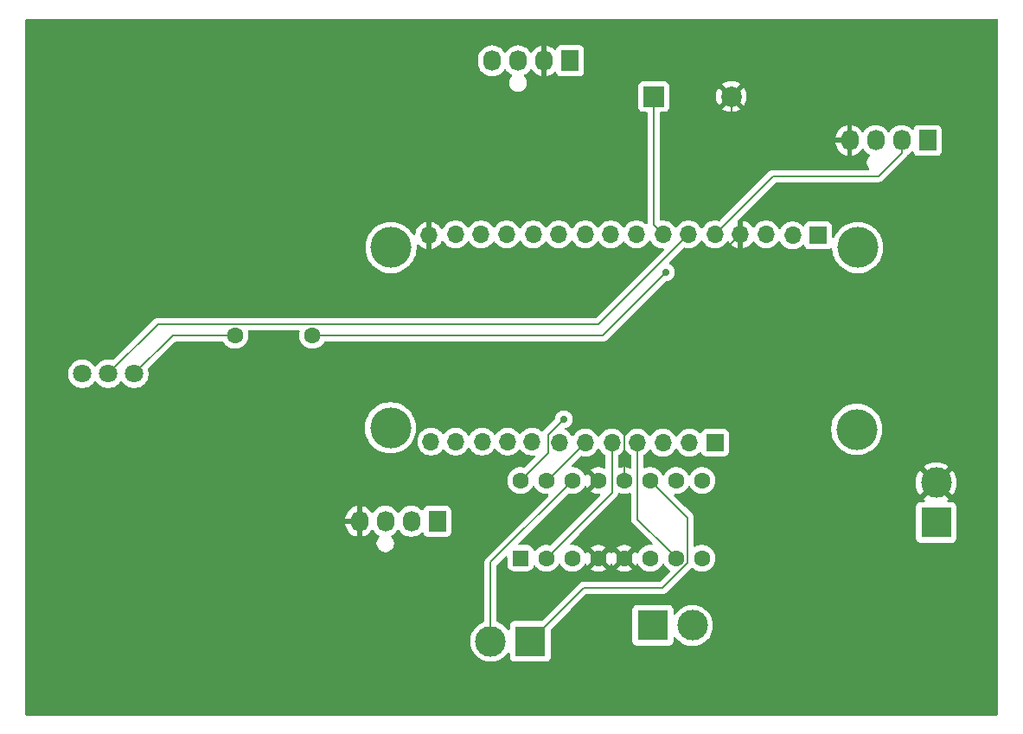
<source format=gbr>
%TF.GenerationSoftware,KiCad,Pcbnew,9.0.6*%
%TF.CreationDate,2025-12-20T14:01:59+05:30*%
%TF.ProjectId,lion_circuits_temp,6c696f6e-5f63-4697-9263-756974735f74,V 1.0*%
%TF.SameCoordinates,Original*%
%TF.FileFunction,Copper,L1,Top*%
%TF.FilePolarity,Positive*%
%FSLAX46Y46*%
G04 Gerber Fmt 4.6, Leading zero omitted, Abs format (unit mm)*
G04 Created by KiCad (PCBNEW 9.0.6) date 2025-12-20 14:01:59*
%MOMM*%
%LPD*%
G01*
G04 APERTURE LIST*
G04 Aperture macros list*
%AMRoundRect*
0 Rectangle with rounded corners*
0 $1 Rounding radius*
0 $2 $3 $4 $5 $6 $7 $8 $9 X,Y pos of 4 corners*
0 Add a 4 corners polygon primitive as box body*
4,1,4,$2,$3,$4,$5,$6,$7,$8,$9,$2,$3,0*
0 Add four circle primitives for the rounded corners*
1,1,$1+$1,$2,$3*
1,1,$1+$1,$4,$5*
1,1,$1+$1,$6,$7*
1,1,$1+$1,$8,$9*
0 Add four rect primitives between the rounded corners*
20,1,$1+$1,$2,$3,$4,$5,0*
20,1,$1+$1,$4,$5,$6,$7,0*
20,1,$1+$1,$6,$7,$8,$9,0*
20,1,$1+$1,$8,$9,$2,$3,0*%
G04 Aperture macros list end*
%TA.AperFunction,ComponentPad*%
%ADD10C,4.000000*%
%TD*%
%TA.AperFunction,ComponentPad*%
%ADD11O,1.700000X1.700000*%
%TD*%
%TA.AperFunction,ComponentPad*%
%ADD12R,1.700000X1.700000*%
%TD*%
%TA.AperFunction,ComponentPad*%
%ADD13R,3.000000X3.000000*%
%TD*%
%TA.AperFunction,ComponentPad*%
%ADD14C,3.000000*%
%TD*%
%TA.AperFunction,ComponentPad*%
%ADD15R,2.000000X2.000000*%
%TD*%
%TA.AperFunction,ComponentPad*%
%ADD16C,2.000000*%
%TD*%
%TA.AperFunction,ComponentPad*%
%ADD17C,1.800000*%
%TD*%
%TA.AperFunction,ComponentPad*%
%ADD18C,1.600000*%
%TD*%
%TA.AperFunction,ComponentPad*%
%ADD19RoundRect,0.250000X0.550000X-0.550000X0.550000X0.550000X-0.550000X0.550000X-0.550000X-0.550000X0*%
%TD*%
%TA.AperFunction,ComponentPad*%
%ADD20R,1.730000X2.030000*%
%TD*%
%TA.AperFunction,ComponentPad*%
%ADD21O,1.730000X2.030000*%
%TD*%
%TA.AperFunction,ViaPad*%
%ADD22C,0.711000*%
%TD*%
%TA.AperFunction,Conductor*%
%ADD23C,0.200000*%
%TD*%
G04 APERTURE END LIST*
D10*
%TO.P,U2,*%
%TO.N,*%
X127625000Y-81943118D03*
X127675000Y-64293118D03*
X173275000Y-82093118D03*
X173375000Y-64293118D03*
D11*
%TO.P,U2,1,SCL*%
%TO.N,unconnected-(U2-SCL-Pad1)*%
X131600000Y-83300000D03*
%TO.P,U2,2,SDA*%
%TO.N,unconnected-(U2-SDA-Pad2)*%
X134000000Y-83300000D03*
%TO.P,U2,3,D8*%
%TO.N,/ECHO*%
X136600000Y-83300000D03*
%TO.P,U2,4,D9*%
%TO.N,/TRIG*%
X139100000Y-83300000D03*
%TO.P,U2,5,NC*%
%TO.N,unconnected-(U2-NC-Pad5)*%
X141500000Y-83300000D03*
%TO.P,U2,6,D3*%
%TO.N,/IN3*%
X144200000Y-83400000D03*
%TO.P,U2,7,D2*%
%TO.N,/IN4*%
X146700000Y-83400000D03*
%TO.P,U2,8,D1*%
%TO.N,/IN1*%
X149300000Y-83400000D03*
%TO.P,U2,9,D0*%
%TO.N,/IN2*%
X151800000Y-83400000D03*
%TO.P,U2,10,USB*%
%TO.N,/5v*%
X154300000Y-83400000D03*
%TO.P,U2,11,RST*%
%TO.N,unconnected-(U2-RST-Pad11)*%
X156900000Y-83400000D03*
D12*
%TO.P,U2,12,BAT*%
%TO.N,unconnected-(U2-BAT-Pad12)*%
X159400000Y-83400000D03*
%TO.P,U2,13,RST*%
%TO.N,unconnected-(U2-RST-Pad13)*%
X169500000Y-63100000D03*
D11*
%TO.P,U2,14,3V3*%
%TO.N,+3V3*%
X167000000Y-63100000D03*
%TO.P,U2,15,3V3*%
X164400000Y-63000000D03*
%TO.P,U2,16,GND*%
%TO.N,GND*%
X161900000Y-63000000D03*
%TO.P,U2,17,A0*%
%TO.N,/DHT*%
X159400000Y-63000000D03*
%TO.P,U2,18,A1*%
%TO.N,/LDR*%
X156800000Y-63000000D03*
%TO.P,U2,19,A2*%
%TO.N,/Buz*%
X154300000Y-63000000D03*
%TO.P,U2,20,A3*%
%TO.N,/vibration*%
X151700000Y-63000000D03*
%TO.P,U2,21,D-*%
%TO.N,/mot2_pwm*%
X149200000Y-63000000D03*
%TO.P,U2,22,D+*%
%TO.N,/mot1_pwm*%
X146700000Y-63000000D03*
%TO.P,U2,23,SCK*%
%TO.N,unconnected-(U2-SCK-Pad23)*%
X144100000Y-63000000D03*
%TO.P,U2,24,MO*%
%TO.N,unconnected-(U2-MO-Pad24)*%
X141600000Y-63000000D03*
%TO.P,U2,25,MI*%
%TO.N,unconnected-(U2-MI-Pad25)*%
X139000000Y-63000000D03*
%TO.P,U2,26,RX*%
%TO.N,unconnected-(U2-RX-Pad26)*%
X136500000Y-63000000D03*
%TO.P,U2,27,TX*%
%TO.N,unconnected-(U2-TX-Pad27)*%
X134000000Y-63000000D03*
%TO.P,U2,28,GND*%
%TO.N,GND*%
X131400000Y-63100000D03*
%TD*%
D13*
%TO.P,J6,1,Pin_1*%
%TO.N,Net-(J6-Pin_1)*%
X153320000Y-101300000D03*
D14*
%TO.P,J6,2,Pin_2*%
%TO.N,Net-(J6-Pin_2)*%
X157200000Y-101300000D03*
%TD*%
D15*
%TO.P,BZ1,1,+*%
%TO.N,/Buz*%
X153400000Y-49500000D03*
D16*
%TO.P,BZ1,2,-*%
%TO.N,GND*%
X161000000Y-49500000D03*
%TD*%
D17*
%TO.P,RV1,1,1*%
%TO.N,Net-(R1-Pad2)*%
X102540000Y-76650000D03*
%TO.P,RV1,2,2*%
%TO.N,/LDR*%
X100000000Y-76650000D03*
%TO.P,RV1,3,3*%
%TO.N,unconnected-(RV1-Pad3)*%
X97460000Y-76650000D03*
%TD*%
D13*
%TO.P,BT1,1,+*%
%TO.N,/Bat*%
X181050000Y-91207500D03*
D14*
%TO.P,BT1,2,-*%
%TO.N,GND*%
X181050000Y-87327500D03*
%TD*%
D13*
%TO.P,J2,1,Pin_1*%
%TO.N,Net-(J2-Pin_1)*%
X141307500Y-102850000D03*
D14*
%TO.P,J2,2,Pin_2*%
%TO.N,Net-(J2-Pin_2)*%
X137427500Y-102850000D03*
%TD*%
D18*
%TO.P,R1,1*%
%TO.N,+3V3*%
X120000000Y-72900000D03*
%TO.P,R1,2*%
%TO.N,Net-(R1-Pad2)*%
X112400000Y-72900000D03*
%TD*%
D19*
%TO.P,U1,1,EN1\u002C2*%
%TO.N,/mot1_pwm*%
X140360000Y-94720000D03*
D18*
%TO.P,U1,2,1A*%
%TO.N,/IN1*%
X142900000Y-94720000D03*
%TO.P,U1,3,1Y*%
%TO.N,Net-(J6-Pin_1)*%
X145440000Y-94720000D03*
%TO.P,U1,4,GND*%
%TO.N,GND*%
X147980000Y-94720000D03*
%TO.P,U1,5,GND*%
X150520000Y-94720000D03*
%TO.P,U1,6,2Y*%
%TO.N,Net-(J6-Pin_2)*%
X153060000Y-94720000D03*
%TO.P,U1,7,2A*%
%TO.N,/IN2*%
X155600000Y-94720000D03*
%TO.P,U1,8,VCC2*%
%TO.N,/Bat*%
X158140000Y-94720000D03*
%TO.P,U1,9,EN3\u002C4*%
%TO.N,/mot2_pwm*%
X158140000Y-87100000D03*
%TO.P,U1,10,3A*%
%TO.N,/IN3*%
X155600000Y-87100000D03*
%TO.P,U1,11,3Y*%
%TO.N,Net-(J2-Pin_1)*%
X153060000Y-87100000D03*
%TO.P,U1,12,GND*%
%TO.N,GND*%
X150520000Y-87100000D03*
%TO.P,U1,13,GND*%
X147980000Y-87100000D03*
%TO.P,U1,14,4Y*%
%TO.N,Net-(J2-Pin_2)*%
X145440000Y-87100000D03*
%TO.P,U1,15,4A*%
%TO.N,/IN4*%
X142900000Y-87100000D03*
%TO.P,U1,16,VCC1*%
%TO.N,/5v*%
X140360000Y-87100000D03*
%TD*%
D20*
%TO.P,J1,1,Pin_1*%
%TO.N,+3V3*%
X145200000Y-46000000D03*
D21*
%TO.P,J1,2,Pin_2*%
%TO.N,GND*%
X142660000Y-46000000D03*
%TO.P,J1,3,Pin_3*%
%TO.N,unconnected-(J1-Pin_3-Pad3)*%
X140120000Y-46000000D03*
%TO.P,J1,4,Pin_4*%
%TO.N,/vibration*%
X137580000Y-46000000D03*
%TD*%
D20*
%TO.P,J5,1,Pin_1*%
%TO.N,unconnected-(J5-Pin_1-Pad1)*%
X132200000Y-91100000D03*
D21*
%TO.P,J5,2,Pin_2*%
%TO.N,/TRIG*%
X129660000Y-91100000D03*
%TO.P,J5,3,Pin_3*%
%TO.N,/ECHO*%
X127120000Y-91100000D03*
%TO.P,J5,4,Pin_4*%
%TO.N,GND*%
X124580000Y-91100000D03*
%TD*%
D20*
%TO.P,J4,1,Pin_1*%
%TO.N,+3V3*%
X180200000Y-53800000D03*
D21*
%TO.P,J4,2,Pin_2*%
%TO.N,/DHT*%
X177660000Y-53800000D03*
%TO.P,J4,3,Pin_3*%
%TO.N,unconnected-(J4-Pin_3-Pad3)*%
X175120000Y-53800000D03*
%TO.P,J4,4,Pin_4*%
%TO.N,GND*%
X172580000Y-53800000D03*
%TD*%
D22*
%TO.N,GND*%
X137400000Y-74380000D03*
%TO.N,/5v*%
X144600000Y-81100000D03*
%TO.N,GND*%
X162400000Y-53800000D03*
%TO.N,+3V3*%
X154600000Y-66700000D03*
%TD*%
D23*
%TO.N,/DHT*%
X175375000Y-57300000D02*
X165100000Y-57300000D01*
X165100000Y-57300000D02*
X159400000Y-63000000D01*
%TO.N,Net-(J2-Pin_1)*%
X146541000Y-97616500D02*
X154260550Y-97616500D01*
%TO.N,Net-(J2-Pin_2)*%
X137427500Y-95112500D02*
X137427500Y-102850000D01*
%TO.N,/Buz*%
X153400000Y-62100000D02*
X154300000Y-63000000D01*
%TO.N,+3V3*%
X120000000Y-72900000D02*
X148400000Y-72900000D01*
%TO.N,Net-(J2-Pin_1)*%
X156701000Y-95176050D02*
X156701000Y-90741000D01*
X154260550Y-97616500D02*
X156701000Y-95176050D01*
X141307500Y-102850000D02*
X146541000Y-97616500D01*
X156701000Y-90741000D02*
X153060000Y-87100000D01*
%TO.N,/DHT*%
X177660000Y-55015000D02*
X175375000Y-57300000D01*
X177660000Y-53800000D02*
X177660000Y-55015000D01*
%TO.N,Net-(J2-Pin_2)*%
X145440000Y-87100000D02*
X137427500Y-95112500D01*
%TO.N,+3V3*%
X148400000Y-72900000D02*
X154600000Y-66700000D01*
%TO.N,GND*%
X161900000Y-63000000D02*
X150520000Y-74380000D01*
%TO.N,/LDR*%
X148001000Y-71799000D02*
X156800000Y-63000000D01*
X100000000Y-76650000D02*
X104851000Y-71799000D01*
%TO.N,Net-(R1-Pad2)*%
X112400000Y-72900000D02*
X106290000Y-72900000D01*
%TO.N,GND*%
X137400000Y-74380000D02*
X137280000Y-74380000D01*
%TO.N,Net-(R1-Pad2)*%
X106290000Y-72900000D02*
X102540000Y-76650000D01*
%TO.N,/Buz*%
X153400000Y-49500000D02*
X153400000Y-62100000D01*
%TO.N,GND*%
X150520000Y-74380000D02*
X137400000Y-74380000D01*
X172580000Y-53800000D02*
X162400000Y-53800000D01*
X150520000Y-74380000D02*
X150520000Y-87100000D01*
X162400000Y-53800000D02*
X162300000Y-53800000D01*
X162300000Y-53800000D02*
X161000000Y-52500000D01*
X161000000Y-52500000D02*
X161000000Y-49500000D01*
%TO.N,/5v*%
X140360000Y-87100000D02*
X143049000Y-84411000D01*
%TO.N,/IN2*%
X151800000Y-83400000D02*
X151800000Y-90900000D01*
%TO.N,/5v*%
X143049000Y-82651000D02*
X144600000Y-81100000D01*
%TO.N,/IN1*%
X149300000Y-88320000D02*
X142900000Y-94720000D01*
%TO.N,/IN2*%
X151800000Y-90900000D02*
X154800000Y-93900000D01*
%TO.N,/IN4*%
X143000000Y-87100000D02*
X142900000Y-87100000D01*
%TO.N,/LDR*%
X104851000Y-71799000D02*
X148001000Y-71799000D01*
%TO.N,/5v*%
X143049000Y-84411000D02*
X143049000Y-82651000D01*
%TO.N,/IN2*%
X154800000Y-93900000D02*
X154800001Y-93920001D01*
%TO.N,/IN1*%
X149300000Y-83400000D02*
X149300000Y-88320000D01*
%TO.N,/IN2*%
X154800001Y-93920001D02*
X155600000Y-94720000D01*
%TO.N,/IN4*%
X146700000Y-83400000D02*
X143000000Y-87100000D01*
%TD*%
%TA.AperFunction,Conductor*%
%TO.N,GND*%
G36*
X138978833Y-94512913D02*
G01*
X139034767Y-94554785D01*
X139059184Y-94620249D01*
X139059500Y-94629095D01*
X139059500Y-95320001D01*
X139059501Y-95320019D01*
X139070000Y-95422796D01*
X139070001Y-95422799D01*
X139125185Y-95589331D01*
X139125187Y-95589336D01*
X139151446Y-95631908D01*
X139217288Y-95738656D01*
X139341344Y-95862712D01*
X139490666Y-95954814D01*
X139657203Y-96009999D01*
X139759991Y-96020500D01*
X140960008Y-96020499D01*
X141062797Y-96009999D01*
X141229334Y-95954814D01*
X141378656Y-95862712D01*
X141502712Y-95738656D01*
X141594814Y-95589334D01*
X141621955Y-95507427D01*
X141661726Y-95449984D01*
X141726242Y-95423161D01*
X141795018Y-95435476D01*
X141839977Y-95473547D01*
X141908030Y-95567213D01*
X141908034Y-95567219D01*
X142052786Y-95711971D01*
X142173226Y-95799474D01*
X142218390Y-95832287D01*
X142334607Y-95891503D01*
X142400776Y-95925218D01*
X142400778Y-95925218D01*
X142400781Y-95925220D01*
X142491856Y-95954812D01*
X142595465Y-95988477D01*
X142696557Y-96004488D01*
X142797648Y-96020500D01*
X142797649Y-96020500D01*
X143002351Y-96020500D01*
X143002352Y-96020500D01*
X143204534Y-95988477D01*
X143399219Y-95925220D01*
X143581610Y-95832287D01*
X143710482Y-95738657D01*
X143747213Y-95711971D01*
X143747215Y-95711968D01*
X143747219Y-95711966D01*
X143891966Y-95567219D01*
X143891968Y-95567215D01*
X143891971Y-95567213D01*
X144012284Y-95401614D01*
X144012286Y-95401611D01*
X144012287Y-95401610D01*
X144059516Y-95308917D01*
X144107489Y-95258123D01*
X144175310Y-95241328D01*
X144241445Y-95263865D01*
X144280483Y-95308917D01*
X144288635Y-95324915D01*
X144327715Y-95401614D01*
X144448028Y-95567213D01*
X144592786Y-95711971D01*
X144713226Y-95799474D01*
X144758390Y-95832287D01*
X144874607Y-95891503D01*
X144940776Y-95925218D01*
X144940778Y-95925218D01*
X144940781Y-95925220D01*
X145031856Y-95954812D01*
X145135465Y-95988477D01*
X145236557Y-96004488D01*
X145337648Y-96020500D01*
X145337649Y-96020500D01*
X145542351Y-96020500D01*
X145542352Y-96020500D01*
X145744534Y-95988477D01*
X145939219Y-95925220D01*
X146121610Y-95832287D01*
X146250482Y-95738657D01*
X146287213Y-95711971D01*
X146287215Y-95711968D01*
X146287219Y-95711966D01*
X146431966Y-95567219D01*
X146431968Y-95567215D01*
X146431971Y-95567213D01*
X146536894Y-95422797D01*
X146552287Y-95401610D01*
X146599795Y-95308369D01*
X146647769Y-95257573D01*
X146715590Y-95240778D01*
X146781725Y-95263315D01*
X146820765Y-95308369D01*
X146868141Y-95401350D01*
X146868147Y-95401359D01*
X146900523Y-95445921D01*
X146900524Y-95445922D01*
X147580000Y-94766446D01*
X147580000Y-94772661D01*
X147607259Y-94874394D01*
X147659920Y-94965606D01*
X147734394Y-95040080D01*
X147825606Y-95092741D01*
X147927339Y-95120000D01*
X147933553Y-95120000D01*
X147254076Y-95799474D01*
X147298650Y-95831859D01*
X147480968Y-95924755D01*
X147675582Y-95987990D01*
X147877683Y-96020000D01*
X148082317Y-96020000D01*
X148284417Y-95987990D01*
X148479031Y-95924755D01*
X148661349Y-95831859D01*
X148705921Y-95799474D01*
X148026447Y-95120000D01*
X148032661Y-95120000D01*
X148134394Y-95092741D01*
X148225606Y-95040080D01*
X148300080Y-94965606D01*
X148352741Y-94874394D01*
X148380000Y-94772661D01*
X148380000Y-94766447D01*
X149059474Y-95445921D01*
X149091861Y-95401347D01*
X149091861Y-95401346D01*
X149139515Y-95307820D01*
X149187489Y-95257024D01*
X149255310Y-95240228D01*
X149321445Y-95262765D01*
X149360485Y-95307819D01*
X149408141Y-95401350D01*
X149408147Y-95401359D01*
X149440523Y-95445921D01*
X149440524Y-95445922D01*
X150120000Y-94766446D01*
X150120000Y-94772661D01*
X150147259Y-94874394D01*
X150199920Y-94965606D01*
X150274394Y-95040080D01*
X150365606Y-95092741D01*
X150467339Y-95120000D01*
X150473553Y-95120000D01*
X149794076Y-95799474D01*
X149838650Y-95831859D01*
X150020968Y-95924755D01*
X150215582Y-95987990D01*
X150417683Y-96020000D01*
X150622317Y-96020000D01*
X150824417Y-95987990D01*
X151019031Y-95924755D01*
X151201349Y-95831859D01*
X151245921Y-95799474D01*
X150566447Y-95120000D01*
X150572661Y-95120000D01*
X150674394Y-95092741D01*
X150765606Y-95040080D01*
X150840080Y-94965606D01*
X150892741Y-94874394D01*
X150920000Y-94772661D01*
X150920000Y-94766447D01*
X151599474Y-95445921D01*
X151631861Y-95401347D01*
X151631861Y-95401346D01*
X151679234Y-95308371D01*
X151727208Y-95257575D01*
X151795028Y-95240779D01*
X151861164Y-95263316D01*
X151900203Y-95308369D01*
X151947713Y-95401611D01*
X152068028Y-95567213D01*
X152212786Y-95711971D01*
X152333226Y-95799474D01*
X152378390Y-95832287D01*
X152494607Y-95891503D01*
X152560776Y-95925218D01*
X152560778Y-95925218D01*
X152560781Y-95925220D01*
X152651856Y-95954812D01*
X152755465Y-95988477D01*
X152856557Y-96004488D01*
X152957648Y-96020500D01*
X152957649Y-96020500D01*
X153162351Y-96020500D01*
X153162352Y-96020500D01*
X153364534Y-95988477D01*
X153559219Y-95925220D01*
X153741610Y-95832287D01*
X153870482Y-95738657D01*
X153907213Y-95711971D01*
X153907215Y-95711968D01*
X153907219Y-95711966D01*
X154051966Y-95567219D01*
X154051968Y-95567215D01*
X154051971Y-95567213D01*
X154172284Y-95401614D01*
X154172286Y-95401611D01*
X154172287Y-95401610D01*
X154219516Y-95308917D01*
X154267489Y-95258123D01*
X154335310Y-95241328D01*
X154401445Y-95263865D01*
X154440483Y-95308917D01*
X154448635Y-95324915D01*
X154487715Y-95401614D01*
X154608028Y-95567213D01*
X154752786Y-95711971D01*
X154918385Y-95832284D01*
X154918387Y-95832285D01*
X154918390Y-95832287D01*
X154949912Y-95848348D01*
X155000708Y-95896321D01*
X155017504Y-95964142D01*
X154994968Y-96030277D01*
X154981299Y-96046514D01*
X154048134Y-96979681D01*
X153986811Y-97013166D01*
X153960453Y-97016000D01*
X146627670Y-97016000D01*
X146627654Y-97015999D01*
X146620058Y-97015999D01*
X146461943Y-97015999D01*
X146385579Y-97036461D01*
X146309214Y-97056923D01*
X146309209Y-97056926D01*
X146172290Y-97135975D01*
X146172282Y-97135981D01*
X142495082Y-100813181D01*
X142433759Y-100846666D01*
X142407401Y-100849500D01*
X139759629Y-100849500D01*
X139759623Y-100849501D01*
X139700016Y-100855908D01*
X139565171Y-100906202D01*
X139565164Y-100906206D01*
X139449955Y-100992452D01*
X139449952Y-100992455D01*
X139363706Y-101107664D01*
X139363702Y-101107671D01*
X139313408Y-101242517D01*
X139307001Y-101302116D01*
X139307000Y-101302135D01*
X139307000Y-101647939D01*
X139287315Y-101714978D01*
X139234511Y-101760733D01*
X139165353Y-101770677D01*
X139101797Y-101741652D01*
X139084625Y-101723426D01*
X138934781Y-101528148D01*
X138934774Y-101528140D01*
X138749360Y-101342726D01*
X138749351Y-101342718D01*
X138541303Y-101183075D01*
X138314200Y-101051958D01*
X138314190Y-101051954D01*
X138104547Y-100965117D01*
X138050144Y-100921276D01*
X138028079Y-100854982D01*
X138028000Y-100850556D01*
X138028000Y-95412596D01*
X138047685Y-95345557D01*
X138064314Y-95324919D01*
X138847821Y-94541412D01*
X138909142Y-94507929D01*
X138978833Y-94512913D01*
G37*
%TD.AperFunction*%
%TA.AperFunction,Conductor*%
G36*
X151152607Y-88318040D02*
G01*
X151192869Y-88375143D01*
X151199500Y-88415151D01*
X151199500Y-90813330D01*
X151199499Y-90813348D01*
X151199499Y-90979054D01*
X151199498Y-90979054D01*
X151240423Y-91131785D01*
X151269358Y-91181900D01*
X151269359Y-91181904D01*
X151269360Y-91181904D01*
X151319479Y-91268714D01*
X151319481Y-91268717D01*
X151438349Y-91387585D01*
X151438355Y-91387590D01*
X153258898Y-93208133D01*
X153292383Y-93269456D01*
X153287399Y-93339148D01*
X153245527Y-93395081D01*
X153180063Y-93419498D01*
X153167224Y-93419452D01*
X153167224Y-93419500D01*
X153162352Y-93419500D01*
X152957648Y-93419500D01*
X152933329Y-93423351D01*
X152755465Y-93451522D01*
X152560776Y-93514781D01*
X152378386Y-93607715D01*
X152212786Y-93728028D01*
X152068028Y-93872786D01*
X151947713Y-94038388D01*
X151900203Y-94131630D01*
X151852228Y-94182426D01*
X151784407Y-94199220D01*
X151718272Y-94176682D01*
X151679234Y-94131628D01*
X151631861Y-94038652D01*
X151599474Y-93994077D01*
X151599474Y-93994076D01*
X150920000Y-94673551D01*
X150920000Y-94667339D01*
X150892741Y-94565606D01*
X150840080Y-94474394D01*
X150765606Y-94399920D01*
X150674394Y-94347259D01*
X150572661Y-94320000D01*
X150566446Y-94320000D01*
X151245922Y-93640524D01*
X151245921Y-93640523D01*
X151201359Y-93608147D01*
X151201350Y-93608141D01*
X151019031Y-93515244D01*
X150824417Y-93452009D01*
X150622317Y-93420000D01*
X150417683Y-93420000D01*
X150215582Y-93452009D01*
X150020968Y-93515244D01*
X149838644Y-93608143D01*
X149794077Y-93640523D01*
X149794077Y-93640524D01*
X150473554Y-94320000D01*
X150467339Y-94320000D01*
X150365606Y-94347259D01*
X150274394Y-94399920D01*
X150199920Y-94474394D01*
X150147259Y-94565606D01*
X150120000Y-94667339D01*
X150120000Y-94673553D01*
X149440524Y-93994077D01*
X149440523Y-93994077D01*
X149408143Y-94038644D01*
X149360485Y-94132180D01*
X149312510Y-94182976D01*
X149244689Y-94199771D01*
X149178554Y-94177233D01*
X149139515Y-94132180D01*
X149091859Y-94038650D01*
X149059474Y-93994077D01*
X149059474Y-93994076D01*
X148380000Y-94673551D01*
X148380000Y-94667339D01*
X148352741Y-94565606D01*
X148300080Y-94474394D01*
X148225606Y-94399920D01*
X148134394Y-94347259D01*
X148032661Y-94320000D01*
X148026446Y-94320000D01*
X148705922Y-93640524D01*
X148705921Y-93640523D01*
X148661359Y-93608147D01*
X148661350Y-93608141D01*
X148479031Y-93515244D01*
X148284417Y-93452009D01*
X148082317Y-93420000D01*
X147877683Y-93420000D01*
X147675582Y-93452009D01*
X147480968Y-93515244D01*
X147298644Y-93608143D01*
X147254077Y-93640523D01*
X147254077Y-93640524D01*
X147933554Y-94320000D01*
X147927339Y-94320000D01*
X147825606Y-94347259D01*
X147734394Y-94399920D01*
X147659920Y-94474394D01*
X147607259Y-94565606D01*
X147580000Y-94667339D01*
X147580000Y-94673553D01*
X146900524Y-93994077D01*
X146900523Y-93994077D01*
X146868143Y-94038644D01*
X146820765Y-94131630D01*
X146772790Y-94182426D01*
X146704969Y-94199221D01*
X146638834Y-94176683D01*
X146599795Y-94131630D01*
X146593865Y-94119992D01*
X146552287Y-94038390D01*
X146552285Y-94038387D01*
X146552284Y-94038385D01*
X146431971Y-93872786D01*
X146287213Y-93728028D01*
X146121613Y-93607715D01*
X146121612Y-93607714D01*
X146121610Y-93607713D01*
X146061898Y-93577288D01*
X145939223Y-93514781D01*
X145744534Y-93451522D01*
X145569995Y-93423878D01*
X145542352Y-93419500D01*
X145349096Y-93419500D01*
X145282057Y-93399815D01*
X145236302Y-93347011D01*
X145226358Y-93277853D01*
X145255383Y-93214297D01*
X145261415Y-93207819D01*
X146111906Y-92357328D01*
X149780520Y-88688716D01*
X149859577Y-88551785D01*
X149899575Y-88402512D01*
X149935938Y-88342856D01*
X149998785Y-88312327D01*
X150057667Y-88316679D01*
X150215582Y-88367990D01*
X150417683Y-88400000D01*
X150622317Y-88400000D01*
X150824417Y-88367990D01*
X151019031Y-88304755D01*
X151019196Y-88304671D01*
X151019268Y-88304657D01*
X151023536Y-88302890D01*
X151023907Y-88303785D01*
X151087865Y-88291769D01*
X151152607Y-88318040D01*
G37*
%TD.AperFunction*%
%TA.AperFunction,Conductor*%
G36*
X147580000Y-87152661D02*
G01*
X147607259Y-87254394D01*
X147659920Y-87345606D01*
X147734394Y-87420080D01*
X147825606Y-87472741D01*
X147927339Y-87500000D01*
X147933552Y-87500000D01*
X147254076Y-88179474D01*
X147298650Y-88211859D01*
X147480968Y-88304755D01*
X147675582Y-88367990D01*
X147877683Y-88400000D01*
X148071401Y-88400000D01*
X148138440Y-88419685D01*
X148184195Y-88472489D01*
X148194139Y-88541647D01*
X148165114Y-88605203D01*
X148159082Y-88611681D01*
X143344842Y-93425921D01*
X143283519Y-93459406D01*
X143218848Y-93456173D01*
X143204534Y-93451522D01*
X143029995Y-93423878D01*
X143002352Y-93419500D01*
X142797648Y-93419500D01*
X142773329Y-93423351D01*
X142595465Y-93451522D01*
X142400776Y-93514781D01*
X142218386Y-93607715D01*
X142052786Y-93728028D01*
X141908032Y-93872782D01*
X141908028Y-93872787D01*
X141839978Y-93966451D01*
X141784648Y-94009117D01*
X141715035Y-94015096D01*
X141653240Y-93982490D01*
X141621954Y-93932570D01*
X141602144Y-93872787D01*
X141594814Y-93850666D01*
X141502712Y-93701344D01*
X141378656Y-93577288D01*
X141229334Y-93485186D01*
X141062797Y-93430001D01*
X141062795Y-93430000D01*
X140960016Y-93419500D01*
X140960009Y-93419500D01*
X140269096Y-93419500D01*
X140202057Y-93399815D01*
X140156302Y-93347011D01*
X140146358Y-93277853D01*
X140175383Y-93214297D01*
X140181415Y-93207819D01*
X142575904Y-90813330D01*
X144995158Y-88394075D01*
X145056479Y-88360592D01*
X145121151Y-88363825D01*
X145135466Y-88368477D01*
X145337648Y-88400500D01*
X145337649Y-88400500D01*
X145542351Y-88400500D01*
X145542352Y-88400500D01*
X145744534Y-88368477D01*
X145939219Y-88305220D01*
X145940297Y-88304671D01*
X145965618Y-88291769D01*
X146121610Y-88212287D01*
X146214590Y-88144732D01*
X146287213Y-88091971D01*
X146287215Y-88091968D01*
X146287219Y-88091966D01*
X146431966Y-87947219D01*
X146431968Y-87947215D01*
X146431971Y-87947213D01*
X146552286Y-87781611D01*
X146552415Y-87781359D01*
X146599795Y-87688369D01*
X146647769Y-87637573D01*
X146715590Y-87620778D01*
X146781725Y-87643315D01*
X146820765Y-87688369D01*
X146868141Y-87781350D01*
X146868147Y-87781359D01*
X146900523Y-87825921D01*
X146900524Y-87825922D01*
X147580000Y-87146446D01*
X147580000Y-87152661D01*
G37*
%TD.AperFunction*%
%TA.AperFunction,Conductor*%
G36*
X148071445Y-83995122D02*
G01*
X148110485Y-84040176D01*
X148144951Y-84107820D01*
X148269890Y-84279786D01*
X148420213Y-84430109D01*
X148592184Y-84555051D01*
X148592184Y-84555052D01*
X148631793Y-84575233D01*
X148682590Y-84623206D01*
X148699500Y-84685718D01*
X148699500Y-85805229D01*
X148679815Y-85872268D01*
X148627011Y-85918023D01*
X148557853Y-85927967D01*
X148519206Y-85915714D01*
X148479034Y-85895245D01*
X148284417Y-85832009D01*
X148082317Y-85800000D01*
X147877683Y-85800000D01*
X147675582Y-85832009D01*
X147480968Y-85895244D01*
X147298644Y-85988143D01*
X147254077Y-86020523D01*
X147254077Y-86020524D01*
X147933553Y-86700000D01*
X147927339Y-86700000D01*
X147825606Y-86727259D01*
X147734394Y-86779920D01*
X147659920Y-86854394D01*
X147607259Y-86945606D01*
X147580000Y-87047339D01*
X147580000Y-87053553D01*
X146900524Y-86374077D01*
X146900523Y-86374077D01*
X146868143Y-86418644D01*
X146820765Y-86511630D01*
X146772790Y-86562426D01*
X146704969Y-86579221D01*
X146638834Y-86556683D01*
X146599795Y-86511630D01*
X146569667Y-86452500D01*
X146552287Y-86418390D01*
X146552285Y-86418387D01*
X146552284Y-86418385D01*
X146431971Y-86252786D01*
X146287213Y-86108028D01*
X146121613Y-85987715D01*
X146121612Y-85987714D01*
X146121610Y-85987713D01*
X146064653Y-85958691D01*
X145939223Y-85894781D01*
X145744534Y-85831522D01*
X145569995Y-85803878D01*
X145542352Y-85799500D01*
X145449096Y-85799500D01*
X145382057Y-85779815D01*
X145336302Y-85727011D01*
X145326358Y-85657853D01*
X145355383Y-85594297D01*
X145361415Y-85587819D01*
X145621734Y-85327500D01*
X146215478Y-84733755D01*
X146276799Y-84700272D01*
X146341473Y-84703506D01*
X146383757Y-84717246D01*
X146593713Y-84750500D01*
X146593714Y-84750500D01*
X146806286Y-84750500D01*
X146806287Y-84750500D01*
X147016243Y-84717246D01*
X147218412Y-84651557D01*
X147407816Y-84555051D01*
X147484031Y-84499678D01*
X147579786Y-84430109D01*
X147579788Y-84430106D01*
X147579792Y-84430104D01*
X147730104Y-84279792D01*
X147730106Y-84279788D01*
X147730109Y-84279786D01*
X147855048Y-84107820D01*
X147855047Y-84107820D01*
X147855051Y-84107816D01*
X147889515Y-84040175D01*
X147937489Y-83989380D01*
X148005310Y-83972585D01*
X148071445Y-83995122D01*
G37*
%TD.AperFunction*%
%TA.AperFunction,Conductor*%
G36*
X150567384Y-84067182D02*
G01*
X150574624Y-84066561D01*
X150599505Y-84079689D01*
X150625721Y-84089896D01*
X150632951Y-84097336D01*
X150636420Y-84099166D01*
X150650313Y-84115199D01*
X150753278Y-84256919D01*
X150769896Y-84279792D01*
X150920213Y-84430109D01*
X151092184Y-84555051D01*
X151092184Y-84555052D01*
X151131793Y-84575233D01*
X151182590Y-84623206D01*
X151199500Y-84685718D01*
X151199500Y-85784849D01*
X151179815Y-85851888D01*
X151127011Y-85897643D01*
X151057853Y-85907587D01*
X151023678Y-85896752D01*
X151023531Y-85897109D01*
X151019373Y-85895387D01*
X151019206Y-85895334D01*
X151019034Y-85895246D01*
X151019027Y-85895243D01*
X150824417Y-85832009D01*
X150622317Y-85800000D01*
X150417683Y-85800000D01*
X150215581Y-85832010D01*
X150215578Y-85832010D01*
X150062818Y-85881646D01*
X149992977Y-85883641D01*
X149933144Y-85847561D01*
X149902316Y-85784860D01*
X149900500Y-85763715D01*
X149900500Y-84685718D01*
X149920185Y-84618679D01*
X149968207Y-84575233D01*
X150007815Y-84555052D01*
X150007815Y-84555051D01*
X150007816Y-84555051D01*
X150099193Y-84488661D01*
X150179786Y-84430109D01*
X150179788Y-84430106D01*
X150179792Y-84430104D01*
X150330104Y-84279792D01*
X150449683Y-84115204D01*
X150471961Y-84098025D01*
X150492134Y-84078421D01*
X150499255Y-84076977D01*
X150505011Y-84072540D01*
X150533040Y-84070132D01*
X150560612Y-84064546D01*
X150567384Y-84067182D01*
G37*
%TD.AperFunction*%
%TA.AperFunction,Conductor*%
G36*
X187061539Y-41901185D02*
G01*
X187107294Y-41953989D01*
X187118500Y-42005500D01*
X187118500Y-109994500D01*
X187098815Y-110061539D01*
X187046011Y-110107294D01*
X186994500Y-110118500D01*
X92005500Y-110118500D01*
X91938461Y-110098815D01*
X91892706Y-110046011D01*
X91881500Y-109994500D01*
X91881500Y-90842572D01*
X123215000Y-90842572D01*
X123215000Y-90850000D01*
X124135440Y-90850000D01*
X124104755Y-90903147D01*
X124070000Y-91032857D01*
X124070000Y-91167143D01*
X124104755Y-91296853D01*
X124135440Y-91350000D01*
X123215000Y-91350000D01*
X123215000Y-91357427D01*
X123248611Y-91569639D01*
X123248611Y-91569642D01*
X123315003Y-91773975D01*
X123412547Y-91965416D01*
X123538838Y-92139240D01*
X123690759Y-92291161D01*
X123864583Y-92417452D01*
X124056024Y-92514996D01*
X124260359Y-92581388D01*
X124329999Y-92592418D01*
X124330000Y-92592418D01*
X124330000Y-91544560D01*
X124383147Y-91575245D01*
X124512857Y-91610000D01*
X124647143Y-91610000D01*
X124776853Y-91575245D01*
X124830000Y-91544560D01*
X124830000Y-92592418D01*
X124899638Y-92581388D01*
X124899641Y-92581388D01*
X125103975Y-92514996D01*
X125295416Y-92417452D01*
X125469240Y-92291161D01*
X125621161Y-92139240D01*
X125621166Y-92139234D01*
X125749373Y-91962773D01*
X125804703Y-91920107D01*
X125874316Y-91914128D01*
X125936111Y-91946734D01*
X125950009Y-91962772D01*
X125952119Y-91965676D01*
X125952120Y-91965678D01*
X126078455Y-92139563D01*
X126230437Y-92291545D01*
X126404322Y-92417880D01*
X126455198Y-92443803D01*
X126482934Y-92457935D01*
X126533730Y-92505910D01*
X126550525Y-92573731D01*
X126527987Y-92639866D01*
X126514321Y-92656101D01*
X126455643Y-92714779D01*
X126455641Y-92714782D01*
X126362043Y-92854861D01*
X126297569Y-93010517D01*
X126297567Y-93010523D01*
X126264700Y-93175757D01*
X126264700Y-93175760D01*
X126264700Y-93344240D01*
X126264700Y-93344242D01*
X126264699Y-93344242D01*
X126297567Y-93509476D01*
X126297569Y-93509482D01*
X126362043Y-93665138D01*
X126455641Y-93805217D01*
X126455647Y-93805225D01*
X126574774Y-93924352D01*
X126574782Y-93924358D01*
X126714861Y-94017956D01*
X126760451Y-94036840D01*
X126870518Y-94082431D01*
X126870522Y-94082431D01*
X126870523Y-94082432D01*
X127035757Y-94115300D01*
X127035760Y-94115300D01*
X127204242Y-94115300D01*
X127315409Y-94093186D01*
X127369482Y-94082431D01*
X127525136Y-94017957D01*
X127525136Y-94017956D01*
X127525138Y-94017956D01*
X127652927Y-93932570D01*
X127665222Y-93924355D01*
X127784355Y-93805222D01*
X127877957Y-93665136D01*
X127942431Y-93509482D01*
X127958241Y-93430000D01*
X127975300Y-93344242D01*
X127975300Y-93175757D01*
X127942432Y-93010523D01*
X127942431Y-93010522D01*
X127942431Y-93010518D01*
X127877957Y-92854864D01*
X127877956Y-92854861D01*
X127784358Y-92714782D01*
X127784352Y-92714774D01*
X127725679Y-92656101D01*
X127692194Y-92594778D01*
X127697178Y-92525086D01*
X127739050Y-92469153D01*
X127757065Y-92457935D01*
X127835678Y-92417880D01*
X128009563Y-92291545D01*
X128161545Y-92139563D01*
X128287880Y-91965678D01*
X128287879Y-91965678D01*
X128289682Y-91963198D01*
X128345012Y-91920532D01*
X128414625Y-91914553D01*
X128476420Y-91947159D01*
X128490318Y-91963198D01*
X128492120Y-91965678D01*
X128618455Y-92139563D01*
X128770437Y-92291545D01*
X128944322Y-92417880D01*
X129022935Y-92457935D01*
X129135829Y-92515458D01*
X129135832Y-92515459D01*
X129315177Y-92573731D01*
X129340245Y-92581876D01*
X129552533Y-92615500D01*
X129552534Y-92615500D01*
X129767466Y-92615500D01*
X129767467Y-92615500D01*
X129979755Y-92581876D01*
X129979758Y-92581875D01*
X129979759Y-92581875D01*
X130184167Y-92515459D01*
X130184170Y-92515458D01*
X130202909Y-92505910D01*
X130375678Y-92417880D01*
X130549563Y-92291545D01*
X130644092Y-92197015D01*
X130705411Y-92163533D01*
X130775103Y-92168517D01*
X130831037Y-92210388D01*
X130847952Y-92241366D01*
X130891202Y-92357328D01*
X130891206Y-92357335D01*
X130977452Y-92472544D01*
X130977455Y-92472547D01*
X131092664Y-92558793D01*
X131092671Y-92558797D01*
X131227517Y-92609091D01*
X131227516Y-92609091D01*
X131234444Y-92609835D01*
X131287127Y-92615500D01*
X133112872Y-92615499D01*
X133172483Y-92609091D01*
X133307331Y-92558796D01*
X133422546Y-92472546D01*
X133508796Y-92357331D01*
X133559091Y-92222483D01*
X133565500Y-92162873D01*
X133565499Y-90037128D01*
X133559091Y-89977517D01*
X133533475Y-89908838D01*
X133508797Y-89842671D01*
X133508793Y-89842664D01*
X133422547Y-89727455D01*
X133422544Y-89727452D01*
X133307335Y-89641206D01*
X133307328Y-89641202D01*
X133172482Y-89590908D01*
X133172483Y-89590908D01*
X133112883Y-89584501D01*
X133112881Y-89584500D01*
X133112873Y-89584500D01*
X133112864Y-89584500D01*
X131287129Y-89584500D01*
X131287123Y-89584501D01*
X131227516Y-89590908D01*
X131092671Y-89641202D01*
X131092664Y-89641206D01*
X130977455Y-89727452D01*
X130977452Y-89727455D01*
X130891206Y-89842664D01*
X130891202Y-89842671D01*
X130847952Y-89958633D01*
X130806081Y-90014567D01*
X130740617Y-90038984D01*
X130672344Y-90024133D01*
X130644089Y-90002981D01*
X130549565Y-89908457D01*
X130549563Y-89908455D01*
X130375678Y-89782120D01*
X130184170Y-89684541D01*
X130184167Y-89684540D01*
X129979757Y-89618124D01*
X129838229Y-89595708D01*
X129767467Y-89584500D01*
X129552533Y-89584500D01*
X129481770Y-89595708D01*
X129340243Y-89618124D01*
X129340240Y-89618124D01*
X129135832Y-89684540D01*
X129135829Y-89684541D01*
X128944321Y-89782120D01*
X128860981Y-89842671D01*
X128770437Y-89908455D01*
X128770435Y-89908457D01*
X128770434Y-89908457D01*
X128618457Y-90060434D01*
X128618457Y-90060435D01*
X128618455Y-90060437D01*
X128521023Y-90194539D01*
X128490318Y-90236802D01*
X128434988Y-90279467D01*
X128365374Y-90285446D01*
X128303579Y-90252840D01*
X128289682Y-90236802D01*
X128276836Y-90219121D01*
X128161545Y-90060437D01*
X128009563Y-89908455D01*
X127835678Y-89782120D01*
X127644170Y-89684541D01*
X127644167Y-89684540D01*
X127439757Y-89618124D01*
X127298229Y-89595708D01*
X127227467Y-89584500D01*
X127012533Y-89584500D01*
X126941770Y-89595708D01*
X126800243Y-89618124D01*
X126800240Y-89618124D01*
X126595832Y-89684540D01*
X126595829Y-89684541D01*
X126404321Y-89782120D01*
X126320981Y-89842671D01*
X126230437Y-89908455D01*
X126230435Y-89908457D01*
X126230434Y-89908457D01*
X126078457Y-90060434D01*
X126078457Y-90060435D01*
X126078455Y-90060437D01*
X126003589Y-90163480D01*
X125950009Y-90237227D01*
X125894679Y-90279892D01*
X125825065Y-90285871D01*
X125763270Y-90253265D01*
X125749373Y-90237227D01*
X125621161Y-90060759D01*
X125469240Y-89908838D01*
X125295416Y-89782547D01*
X125103975Y-89685003D01*
X124899635Y-89618610D01*
X124899636Y-89618610D01*
X124830000Y-89607581D01*
X124830000Y-90655439D01*
X124776853Y-90624755D01*
X124647143Y-90590000D01*
X124512857Y-90590000D01*
X124383147Y-90624755D01*
X124330000Y-90655439D01*
X124330000Y-89607581D01*
X124260364Y-89618610D01*
X124056024Y-89685003D01*
X123864583Y-89782547D01*
X123690759Y-89908838D01*
X123538838Y-90060759D01*
X123412547Y-90234583D01*
X123315003Y-90426024D01*
X123248611Y-90630357D01*
X123248611Y-90630360D01*
X123215000Y-90842572D01*
X91881500Y-90842572D01*
X91881500Y-81802686D01*
X125124500Y-81802686D01*
X125124500Y-82083549D01*
X125155942Y-82362612D01*
X125155945Y-82362630D01*
X125218439Y-82636435D01*
X125218443Y-82636447D01*
X125311200Y-82901529D01*
X125433053Y-83154560D01*
X125433055Y-83154563D01*
X125582477Y-83392366D01*
X125757584Y-83611943D01*
X125956175Y-83810534D01*
X126175752Y-83985641D01*
X126413555Y-84135063D01*
X126666592Y-84256919D01*
X126838871Y-84317202D01*
X126931670Y-84349674D01*
X126931682Y-84349678D01*
X127205491Y-84412173D01*
X127205497Y-84412173D01*
X127205505Y-84412175D01*
X127364634Y-84430104D01*
X127484569Y-84443617D01*
X127484572Y-84443618D01*
X127484575Y-84443618D01*
X127765428Y-84443618D01*
X127765429Y-84443617D01*
X127908055Y-84427547D01*
X128044494Y-84412175D01*
X128044499Y-84412174D01*
X128044509Y-84412173D01*
X128318318Y-84349678D01*
X128583408Y-84256919D01*
X128836445Y-84135063D01*
X129074248Y-83985641D01*
X129293825Y-83810534D01*
X129492416Y-83611943D01*
X129667523Y-83392366D01*
X129792345Y-83193713D01*
X130249500Y-83193713D01*
X130249500Y-83406286D01*
X130282072Y-83611942D01*
X130282754Y-83616243D01*
X130345883Y-83810534D01*
X130348444Y-83818414D01*
X130444951Y-84007820D01*
X130569890Y-84179786D01*
X130720213Y-84330109D01*
X130892179Y-84455048D01*
X130892181Y-84455049D01*
X130892184Y-84455051D01*
X131081588Y-84551557D01*
X131283757Y-84617246D01*
X131493713Y-84650500D01*
X131493714Y-84650500D01*
X131706286Y-84650500D01*
X131706287Y-84650500D01*
X131916243Y-84617246D01*
X132118412Y-84551557D01*
X132307816Y-84455051D01*
X132366833Y-84412173D01*
X132479786Y-84330109D01*
X132479788Y-84330106D01*
X132479792Y-84330104D01*
X132630104Y-84179792D01*
X132699682Y-84084024D01*
X132755011Y-84041360D01*
X132824624Y-84035381D01*
X132886420Y-84067986D01*
X132900315Y-84084021D01*
X132937819Y-84135641D01*
X132969896Y-84179792D01*
X133120213Y-84330109D01*
X133292179Y-84455048D01*
X133292181Y-84455049D01*
X133292184Y-84455051D01*
X133481588Y-84551557D01*
X133683757Y-84617246D01*
X133893713Y-84650500D01*
X133893714Y-84650500D01*
X134106286Y-84650500D01*
X134106287Y-84650500D01*
X134316243Y-84617246D01*
X134518412Y-84551557D01*
X134707816Y-84455051D01*
X134766833Y-84412173D01*
X134879786Y-84330109D01*
X134879788Y-84330106D01*
X134879792Y-84330104D01*
X135030104Y-84179792D01*
X135030106Y-84179788D01*
X135030109Y-84179786D01*
X135155048Y-84007820D01*
X135155047Y-84007820D01*
X135155051Y-84007816D01*
X135189515Y-83940175D01*
X135237489Y-83889380D01*
X135305310Y-83872585D01*
X135371445Y-83895122D01*
X135410485Y-83940176D01*
X135444951Y-84007820D01*
X135569890Y-84179786D01*
X135720213Y-84330109D01*
X135892179Y-84455048D01*
X135892181Y-84455049D01*
X135892184Y-84455051D01*
X136081588Y-84551557D01*
X136283757Y-84617246D01*
X136493713Y-84650500D01*
X136493714Y-84650500D01*
X136706286Y-84650500D01*
X136706287Y-84650500D01*
X136916243Y-84617246D01*
X137118412Y-84551557D01*
X137307816Y-84455051D01*
X137366833Y-84412173D01*
X137479786Y-84330109D01*
X137479788Y-84330106D01*
X137479792Y-84330104D01*
X137630104Y-84179792D01*
X137749683Y-84015204D01*
X137805011Y-83972540D01*
X137874624Y-83966561D01*
X137936420Y-83999166D01*
X137950313Y-84015199D01*
X138037819Y-84135641D01*
X138069896Y-84179792D01*
X138220213Y-84330109D01*
X138392179Y-84455048D01*
X138392181Y-84455049D01*
X138392184Y-84455051D01*
X138581588Y-84551557D01*
X138783757Y-84617246D01*
X138993713Y-84650500D01*
X138993714Y-84650500D01*
X139206286Y-84650500D01*
X139206287Y-84650500D01*
X139416243Y-84617246D01*
X139618412Y-84551557D01*
X139807816Y-84455051D01*
X139866833Y-84412173D01*
X139979786Y-84330109D01*
X139979788Y-84330106D01*
X139979792Y-84330104D01*
X140130104Y-84179792D01*
X140199682Y-84084024D01*
X140255011Y-84041360D01*
X140324624Y-84035381D01*
X140386420Y-84067986D01*
X140400315Y-84084021D01*
X140437819Y-84135641D01*
X140469896Y-84179792D01*
X140620213Y-84330109D01*
X140792179Y-84455048D01*
X140792181Y-84455049D01*
X140792184Y-84455051D01*
X140981588Y-84551557D01*
X141183757Y-84617246D01*
X141393713Y-84650500D01*
X141393714Y-84650500D01*
X141606283Y-84650500D01*
X141606287Y-84650500D01*
X141649948Y-84643584D01*
X141719237Y-84652538D01*
X141772690Y-84697533D01*
X141793331Y-84764284D01*
X141774607Y-84831598D01*
X141757025Y-84853738D01*
X140804842Y-85805921D01*
X140743519Y-85839406D01*
X140678848Y-85836173D01*
X140664534Y-85831522D01*
X140489995Y-85803878D01*
X140462352Y-85799500D01*
X140257648Y-85799500D01*
X140233329Y-85803351D01*
X140055465Y-85831522D01*
X139860776Y-85894781D01*
X139678386Y-85987715D01*
X139512786Y-86108028D01*
X139368028Y-86252786D01*
X139247715Y-86418386D01*
X139154781Y-86600776D01*
X139091522Y-86795465D01*
X139059500Y-86997648D01*
X139059500Y-87202351D01*
X139091522Y-87404534D01*
X139154781Y-87599223D01*
X139215561Y-87718509D01*
X139247585Y-87781359D01*
X139247715Y-87781613D01*
X139368028Y-87947213D01*
X139512786Y-88091971D01*
X139633226Y-88179474D01*
X139678390Y-88212287D01*
X139734629Y-88240942D01*
X139860776Y-88305218D01*
X139860778Y-88305218D01*
X139860781Y-88305220D01*
X139965137Y-88339127D01*
X140055465Y-88368477D01*
X140156557Y-88384488D01*
X140257648Y-88400500D01*
X140257649Y-88400500D01*
X140462351Y-88400500D01*
X140462352Y-88400500D01*
X140664534Y-88368477D01*
X140859219Y-88305220D01*
X140860297Y-88304671D01*
X140885618Y-88291769D01*
X141041610Y-88212287D01*
X141134590Y-88144732D01*
X141207213Y-88091971D01*
X141207215Y-88091968D01*
X141207219Y-88091966D01*
X141351966Y-87947219D01*
X141351968Y-87947215D01*
X141351971Y-87947213D01*
X141472284Y-87781614D01*
X141472286Y-87781611D01*
X141472287Y-87781610D01*
X141519516Y-87688917D01*
X141567489Y-87638123D01*
X141635310Y-87621328D01*
X141701445Y-87643865D01*
X141740483Y-87688917D01*
X141784348Y-87775006D01*
X141787715Y-87781614D01*
X141908028Y-87947213D01*
X142052786Y-88091971D01*
X142173226Y-88179474D01*
X142218390Y-88212287D01*
X142274629Y-88240942D01*
X142400776Y-88305218D01*
X142400778Y-88305218D01*
X142400781Y-88305220D01*
X142505137Y-88339127D01*
X142595465Y-88368477D01*
X142696557Y-88384488D01*
X142797648Y-88400500D01*
X142797649Y-88400500D01*
X142990902Y-88400500D01*
X143057941Y-88420185D01*
X143103696Y-88472989D01*
X143113640Y-88542147D01*
X143084615Y-88605703D01*
X143078583Y-88612181D01*
X136946981Y-94743782D01*
X136946980Y-94743784D01*
X136901619Y-94822352D01*
X136867923Y-94880715D01*
X136826999Y-95033443D01*
X136826999Y-95033445D01*
X136826999Y-95201546D01*
X136827000Y-95201559D01*
X136827000Y-100850556D01*
X136807315Y-100917595D01*
X136754511Y-100963350D01*
X136750453Y-100965117D01*
X136540809Y-101051954D01*
X136540799Y-101051958D01*
X136313696Y-101183075D01*
X136105648Y-101342718D01*
X135920218Y-101528148D01*
X135760575Y-101736196D01*
X135629458Y-101963299D01*
X135629453Y-101963309D01*
X135529105Y-102205571D01*
X135529102Y-102205581D01*
X135473310Y-102413803D01*
X135461230Y-102458885D01*
X135427000Y-102718872D01*
X135427000Y-102981127D01*
X135450228Y-103157547D01*
X135461230Y-103241116D01*
X135477142Y-103300499D01*
X135529102Y-103494418D01*
X135529105Y-103494428D01*
X135629453Y-103736690D01*
X135629458Y-103736700D01*
X135760575Y-103963803D01*
X135920218Y-104171851D01*
X135920226Y-104171860D01*
X136105640Y-104357274D01*
X136105648Y-104357281D01*
X136313696Y-104516924D01*
X136540799Y-104648041D01*
X136540809Y-104648046D01*
X136783071Y-104748394D01*
X136783081Y-104748398D01*
X137036384Y-104816270D01*
X137284688Y-104848960D01*
X137296364Y-104850498D01*
X137296380Y-104850500D01*
X137296387Y-104850500D01*
X137558613Y-104850500D01*
X137558620Y-104850500D01*
X137818616Y-104816270D01*
X138071919Y-104748398D01*
X138314197Y-104648043D01*
X138541303Y-104516924D01*
X138749351Y-104357282D01*
X138749355Y-104357277D01*
X138749360Y-104357274D01*
X138934773Y-104171860D01*
X138934782Y-104171851D01*
X139084628Y-103976568D01*
X139141052Y-103935370D01*
X139210798Y-103931215D01*
X139271719Y-103965427D01*
X139304471Y-104027145D01*
X139307000Y-104052059D01*
X139307000Y-104397869D01*
X139307001Y-104397876D01*
X139313408Y-104457483D01*
X139363702Y-104592328D01*
X139363706Y-104592335D01*
X139449952Y-104707544D01*
X139449955Y-104707547D01*
X139565164Y-104793793D01*
X139565171Y-104793797D01*
X139700017Y-104844091D01*
X139700016Y-104844091D01*
X139706944Y-104844835D01*
X139759627Y-104850500D01*
X142855372Y-104850499D01*
X142914983Y-104844091D01*
X143049831Y-104793796D01*
X143165046Y-104707546D01*
X143251296Y-104592331D01*
X143301591Y-104457483D01*
X143308000Y-104397873D01*
X143307999Y-101750096D01*
X143327684Y-101683058D01*
X143344313Y-101662421D01*
X145254600Y-99752135D01*
X151319500Y-99752135D01*
X151319500Y-102847870D01*
X151319501Y-102847876D01*
X151325908Y-102907483D01*
X151376202Y-103042328D01*
X151376206Y-103042335D01*
X151462452Y-103157544D01*
X151462455Y-103157547D01*
X151577664Y-103243793D01*
X151577671Y-103243797D01*
X151712517Y-103294091D01*
X151712516Y-103294091D01*
X151719444Y-103294835D01*
X151772127Y-103300500D01*
X154867872Y-103300499D01*
X154927483Y-103294091D01*
X155062331Y-103243796D01*
X155177546Y-103157546D01*
X155263796Y-103042331D01*
X155314091Y-102907483D01*
X155320500Y-102847873D01*
X155320499Y-102502057D01*
X155340183Y-102435021D01*
X155392987Y-102389266D01*
X155462146Y-102379322D01*
X155525701Y-102408347D01*
X155542874Y-102426573D01*
X155692718Y-102621851D01*
X155692726Y-102621860D01*
X155878140Y-102807274D01*
X155878148Y-102807281D01*
X156086196Y-102966924D01*
X156313299Y-103098041D01*
X156313309Y-103098046D01*
X156555571Y-103198394D01*
X156555581Y-103198398D01*
X156808884Y-103266270D01*
X157057188Y-103298960D01*
X157068864Y-103300498D01*
X157068880Y-103300500D01*
X157068887Y-103300500D01*
X157331113Y-103300500D01*
X157331120Y-103300500D01*
X157591116Y-103266270D01*
X157844419Y-103198398D01*
X158086697Y-103098043D01*
X158313803Y-102966924D01*
X158521851Y-102807282D01*
X158521855Y-102807277D01*
X158521860Y-102807274D01*
X158707274Y-102621860D01*
X158707277Y-102621855D01*
X158707282Y-102621851D01*
X158866924Y-102413803D01*
X158998043Y-102186697D01*
X159098398Y-101944419D01*
X159166270Y-101691116D01*
X159200500Y-101431120D01*
X159200500Y-101168880D01*
X159166270Y-100908884D01*
X159098398Y-100655581D01*
X159079501Y-100609959D01*
X158998046Y-100413309D01*
X158998041Y-100413299D01*
X158866924Y-100186196D01*
X158707281Y-99978148D01*
X158707274Y-99978140D01*
X158521860Y-99792726D01*
X158521851Y-99792718D01*
X158313803Y-99633075D01*
X158086700Y-99501958D01*
X158086690Y-99501953D01*
X157844428Y-99401605D01*
X157844421Y-99401603D01*
X157844419Y-99401602D01*
X157591116Y-99333730D01*
X157533339Y-99326123D01*
X157331127Y-99299500D01*
X157331120Y-99299500D01*
X157068880Y-99299500D01*
X157068872Y-99299500D01*
X156837772Y-99329926D01*
X156808884Y-99333730D01*
X156555581Y-99401602D01*
X156555571Y-99401605D01*
X156313309Y-99501953D01*
X156313299Y-99501958D01*
X156086196Y-99633075D01*
X155878148Y-99792718D01*
X155692718Y-99978148D01*
X155542874Y-100173427D01*
X155486446Y-100214629D01*
X155416700Y-100218784D01*
X155355780Y-100184571D01*
X155323028Y-100122854D01*
X155320499Y-100097940D01*
X155320499Y-99752129D01*
X155320498Y-99752123D01*
X155320497Y-99752116D01*
X155314091Y-99692517D01*
X155263796Y-99557669D01*
X155263795Y-99557668D01*
X155263793Y-99557664D01*
X155177547Y-99442455D01*
X155177544Y-99442452D01*
X155062335Y-99356206D01*
X155062328Y-99356202D01*
X154927482Y-99305908D01*
X154927483Y-99305908D01*
X154867883Y-99299501D01*
X154867881Y-99299500D01*
X154867873Y-99299500D01*
X154867864Y-99299500D01*
X151772129Y-99299500D01*
X151772123Y-99299501D01*
X151712516Y-99305908D01*
X151577671Y-99356202D01*
X151577664Y-99356206D01*
X151462455Y-99442452D01*
X151462452Y-99442455D01*
X151376206Y-99557664D01*
X151376202Y-99557671D01*
X151325908Y-99692517D01*
X151319501Y-99752116D01*
X151319501Y-99752123D01*
X151319500Y-99752135D01*
X145254600Y-99752135D01*
X146753417Y-98253319D01*
X146814740Y-98219834D01*
X146841098Y-98217000D01*
X154173881Y-98217000D01*
X154173897Y-98217001D01*
X154181493Y-98217001D01*
X154339604Y-98217001D01*
X154339607Y-98217001D01*
X154492335Y-98176077D01*
X154542454Y-98147139D01*
X154629266Y-98097020D01*
X154741070Y-97985216D01*
X154741070Y-97985214D01*
X154751278Y-97975007D01*
X154751280Y-97975004D01*
X157062698Y-95663585D01*
X157065883Y-95660402D01*
X157092803Y-95645707D01*
X157091727Y-95643555D01*
X157091735Y-95643551D01*
X157092811Y-95645703D01*
X157096483Y-95643699D01*
X157127173Y-95626935D01*
X157127193Y-95626936D01*
X157127211Y-95626927D01*
X157161033Y-95629351D01*
X157196865Y-95631908D01*
X157196884Y-95631920D01*
X157196902Y-95631922D01*
X157196993Y-95631990D01*
X157241231Y-95660416D01*
X157292786Y-95711971D01*
X157413226Y-95799474D01*
X157458390Y-95832287D01*
X157574607Y-95891503D01*
X157640776Y-95925218D01*
X157640778Y-95925218D01*
X157640781Y-95925220D01*
X157731856Y-95954812D01*
X157835465Y-95988477D01*
X157936557Y-96004488D01*
X158037648Y-96020500D01*
X158037649Y-96020500D01*
X158242351Y-96020500D01*
X158242352Y-96020500D01*
X158444534Y-95988477D01*
X158639219Y-95925220D01*
X158821610Y-95832287D01*
X158950482Y-95738657D01*
X158987213Y-95711971D01*
X158987215Y-95711968D01*
X158987219Y-95711966D01*
X159131966Y-95567219D01*
X159131968Y-95567215D01*
X159131971Y-95567213D01*
X159200021Y-95473548D01*
X159252287Y-95401610D01*
X159345220Y-95219219D01*
X159408477Y-95024534D01*
X159440500Y-94822352D01*
X159440500Y-94617648D01*
X159423122Y-94507929D01*
X159408477Y-94415465D01*
X159377458Y-94320000D01*
X159345220Y-94220781D01*
X159345218Y-94220778D01*
X159345218Y-94220776D01*
X159293865Y-94119992D01*
X159252287Y-94038390D01*
X159220092Y-93994077D01*
X159131971Y-93872786D01*
X158987213Y-93728028D01*
X158821613Y-93607715D01*
X158821612Y-93607714D01*
X158821610Y-93607713D01*
X158761898Y-93577288D01*
X158639223Y-93514781D01*
X158444534Y-93451522D01*
X158269995Y-93423878D01*
X158242352Y-93419500D01*
X158037648Y-93419500D01*
X158013329Y-93423351D01*
X157835465Y-93451522D01*
X157683759Y-93500815D01*
X157640781Y-93514780D01*
X157640778Y-93514781D01*
X157640776Y-93514782D01*
X157481795Y-93595787D01*
X157413125Y-93608683D01*
X157348385Y-93582407D01*
X157308128Y-93525300D01*
X157301500Y-93485302D01*
X157301500Y-90830060D01*
X157301501Y-90830047D01*
X157301501Y-90661944D01*
X157301501Y-90661943D01*
X157260577Y-90509216D01*
X157212435Y-90425830D01*
X157181524Y-90372290D01*
X157181518Y-90372282D01*
X156468871Y-89659635D01*
X179049500Y-89659635D01*
X179049500Y-92755370D01*
X179049501Y-92755376D01*
X179055908Y-92814983D01*
X179106202Y-92949828D01*
X179106206Y-92949835D01*
X179192452Y-93065044D01*
X179192455Y-93065047D01*
X179307664Y-93151293D01*
X179307671Y-93151297D01*
X179442517Y-93201591D01*
X179442516Y-93201591D01*
X179449444Y-93202335D01*
X179502127Y-93208000D01*
X182597872Y-93207999D01*
X182657483Y-93201591D01*
X182792331Y-93151296D01*
X182907546Y-93065046D01*
X182993796Y-92949831D01*
X183044091Y-92814983D01*
X183050500Y-92755373D01*
X183050499Y-89659628D01*
X183044091Y-89600017D01*
X182993796Y-89465169D01*
X182993795Y-89465168D01*
X182993793Y-89465164D01*
X182907547Y-89349955D01*
X182907544Y-89349952D01*
X182792335Y-89263706D01*
X182792328Y-89263702D01*
X182657482Y-89213408D01*
X182657483Y-89213408D01*
X182597883Y-89207001D01*
X182597881Y-89207000D01*
X182597873Y-89207000D01*
X182597865Y-89207000D01*
X182251238Y-89207000D01*
X182184199Y-89187315D01*
X182138444Y-89134511D01*
X182128500Y-89065353D01*
X182157525Y-89001797D01*
X182175751Y-88984625D01*
X182276365Y-88907419D01*
X182276365Y-88907417D01*
X181468900Y-88099953D01*
X181607780Y-88007157D01*
X181729657Y-87885280D01*
X181822452Y-87746400D01*
X182629917Y-88553865D01*
X182629919Y-88553865D01*
X182716499Y-88441034D01*
X182716511Y-88441016D01*
X182847590Y-88213982D01*
X182847595Y-88213971D01*
X182947924Y-87971755D01*
X183015777Y-87718520D01*
X183015779Y-87718509D01*
X183049999Y-87458594D01*
X183050000Y-87458580D01*
X183050000Y-87196419D01*
X183049999Y-87196405D01*
X183015779Y-86936490D01*
X183015777Y-86936479D01*
X182947924Y-86683244D01*
X182847595Y-86441028D01*
X182847590Y-86441017D01*
X182716511Y-86213983D01*
X182716505Y-86213975D01*
X182629918Y-86101133D01*
X182629917Y-86101133D01*
X181822452Y-86908598D01*
X181729657Y-86769720D01*
X181607780Y-86647843D01*
X181468899Y-86555045D01*
X182276365Y-85747580D01*
X182163524Y-85660994D01*
X182163516Y-85660988D01*
X181936482Y-85529909D01*
X181936471Y-85529904D01*
X181694255Y-85429575D01*
X181441020Y-85361722D01*
X181441009Y-85361720D01*
X181181094Y-85327500D01*
X180918905Y-85327500D01*
X180658990Y-85361720D01*
X180658979Y-85361722D01*
X180405744Y-85429575D01*
X180163528Y-85529904D01*
X180163517Y-85529909D01*
X179936471Y-85660996D01*
X179823633Y-85747579D01*
X179823633Y-85747580D01*
X180631099Y-86555046D01*
X180492220Y-86647843D01*
X180370343Y-86769720D01*
X180277546Y-86908599D01*
X179470080Y-86101133D01*
X179470079Y-86101133D01*
X179383496Y-86213971D01*
X179252409Y-86441017D01*
X179252404Y-86441028D01*
X179152075Y-86683244D01*
X179084222Y-86936479D01*
X179084220Y-86936490D01*
X179050000Y-87196405D01*
X179050000Y-87458594D01*
X179084220Y-87718509D01*
X179084222Y-87718520D01*
X179152075Y-87971755D01*
X179252404Y-88213971D01*
X179252409Y-88213982D01*
X179383488Y-88441016D01*
X179383494Y-88441024D01*
X179470080Y-88553865D01*
X180277546Y-87746399D01*
X180370343Y-87885280D01*
X180492220Y-88007157D01*
X180631099Y-88099952D01*
X179823633Y-88907417D01*
X179823633Y-88907418D01*
X179924249Y-88984624D01*
X179965451Y-89041052D01*
X179969606Y-89110798D01*
X179935393Y-89171719D01*
X179873676Y-89204471D01*
X179848762Y-89207000D01*
X179502130Y-89207000D01*
X179502123Y-89207001D01*
X179442516Y-89213408D01*
X179307671Y-89263702D01*
X179307664Y-89263706D01*
X179192455Y-89349952D01*
X179192452Y-89349955D01*
X179106206Y-89465164D01*
X179106202Y-89465171D01*
X179055908Y-89600017D01*
X179049501Y-89659616D01*
X179049501Y-89659623D01*
X179049500Y-89659635D01*
X156468871Y-89659635D01*
X155421417Y-88612181D01*
X155387932Y-88550858D01*
X155392916Y-88481166D01*
X155434788Y-88425233D01*
X155500252Y-88400816D01*
X155509098Y-88400500D01*
X155702351Y-88400500D01*
X155702352Y-88400500D01*
X155904534Y-88368477D01*
X156099219Y-88305220D01*
X156100297Y-88304671D01*
X156125618Y-88291769D01*
X156281610Y-88212287D01*
X156374590Y-88144732D01*
X156447213Y-88091971D01*
X156447215Y-88091968D01*
X156447219Y-88091966D01*
X156591966Y-87947219D01*
X156591968Y-87947215D01*
X156591971Y-87947213D01*
X156712284Y-87781614D01*
X156712286Y-87781611D01*
X156712287Y-87781610D01*
X156759516Y-87688917D01*
X156807489Y-87638123D01*
X156875310Y-87621328D01*
X156941445Y-87643865D01*
X156980483Y-87688917D01*
X157024348Y-87775006D01*
X157027715Y-87781614D01*
X157148028Y-87947213D01*
X157292786Y-88091971D01*
X157413226Y-88179474D01*
X157458390Y-88212287D01*
X157514629Y-88240942D01*
X157640776Y-88305218D01*
X157640778Y-88305218D01*
X157640781Y-88305220D01*
X157745137Y-88339127D01*
X157835465Y-88368477D01*
X157936557Y-88384488D01*
X158037648Y-88400500D01*
X158037649Y-88400500D01*
X158242351Y-88400500D01*
X158242352Y-88400500D01*
X158444534Y-88368477D01*
X158639219Y-88305220D01*
X158640297Y-88304671D01*
X158665618Y-88291769D01*
X158821610Y-88212287D01*
X158914590Y-88144732D01*
X158987213Y-88091971D01*
X158987215Y-88091968D01*
X158987219Y-88091966D01*
X159131966Y-87947219D01*
X159131968Y-87947215D01*
X159131971Y-87947213D01*
X159184732Y-87874590D01*
X159252287Y-87781610D01*
X159345220Y-87599219D01*
X159408477Y-87404534D01*
X159440500Y-87202352D01*
X159440500Y-86997648D01*
X159424537Y-86896865D01*
X159408477Y-86795465D01*
X159345218Y-86600776D01*
X159286800Y-86486126D01*
X159252287Y-86418390D01*
X159220092Y-86374077D01*
X159131971Y-86252786D01*
X158987213Y-86108028D01*
X158821613Y-85987715D01*
X158821612Y-85987714D01*
X158821610Y-85987713D01*
X158661275Y-85906018D01*
X158639223Y-85894781D01*
X158444534Y-85831522D01*
X158269995Y-85803878D01*
X158242352Y-85799500D01*
X158037648Y-85799500D01*
X158013329Y-85803351D01*
X157835465Y-85831522D01*
X157640776Y-85894781D01*
X157458386Y-85987715D01*
X157292786Y-86108028D01*
X157148028Y-86252786D01*
X157027715Y-86418386D01*
X156980485Y-86511080D01*
X156932510Y-86561876D01*
X156864689Y-86578671D01*
X156798554Y-86556134D01*
X156759515Y-86511080D01*
X156746800Y-86486126D01*
X156712287Y-86418390D01*
X156680092Y-86374077D01*
X156591971Y-86252786D01*
X156447213Y-86108028D01*
X156281613Y-85987715D01*
X156281612Y-85987714D01*
X156281610Y-85987713D01*
X156224653Y-85958691D01*
X156099223Y-85894781D01*
X155904534Y-85831522D01*
X155729995Y-85803878D01*
X155702352Y-85799500D01*
X155497648Y-85799500D01*
X155473329Y-85803351D01*
X155295465Y-85831522D01*
X155100776Y-85894781D01*
X154918386Y-85987715D01*
X154752786Y-86108028D01*
X154608028Y-86252786D01*
X154487715Y-86418386D01*
X154440485Y-86511080D01*
X154392510Y-86561876D01*
X154324689Y-86578671D01*
X154258554Y-86556134D01*
X154219515Y-86511080D01*
X154206800Y-86486126D01*
X154172287Y-86418390D01*
X154140092Y-86374077D01*
X154051971Y-86252786D01*
X153907213Y-86108028D01*
X153741613Y-85987715D01*
X153741612Y-85987714D01*
X153741610Y-85987713D01*
X153684653Y-85958691D01*
X153559223Y-85894781D01*
X153364534Y-85831522D01*
X153189995Y-85803878D01*
X153162352Y-85799500D01*
X152957648Y-85799500D01*
X152917108Y-85805921D01*
X152755464Y-85831523D01*
X152755461Y-85831523D01*
X152562818Y-85894118D01*
X152492977Y-85896113D01*
X152433144Y-85860033D01*
X152402316Y-85797332D01*
X152400500Y-85776187D01*
X152400500Y-84685718D01*
X152420185Y-84618679D01*
X152468207Y-84575233D01*
X152507815Y-84555052D01*
X152507815Y-84555051D01*
X152507816Y-84555051D01*
X152599193Y-84488661D01*
X152679786Y-84430109D01*
X152679788Y-84430106D01*
X152679792Y-84430104D01*
X152830104Y-84279792D01*
X152949683Y-84115204D01*
X153005011Y-84072540D01*
X153074624Y-84066561D01*
X153136420Y-84099166D01*
X153150313Y-84115199D01*
X153253278Y-84256919D01*
X153269896Y-84279792D01*
X153420213Y-84430109D01*
X153592179Y-84555048D01*
X153592181Y-84555049D01*
X153592184Y-84555051D01*
X153781588Y-84651557D01*
X153983757Y-84717246D01*
X154193713Y-84750500D01*
X154193714Y-84750500D01*
X154406286Y-84750500D01*
X154406287Y-84750500D01*
X154616243Y-84717246D01*
X154818412Y-84651557D01*
X155007816Y-84555051D01*
X155084031Y-84499678D01*
X155179786Y-84430109D01*
X155179788Y-84430106D01*
X155179792Y-84430104D01*
X155330104Y-84279792D01*
X155330106Y-84279788D01*
X155330109Y-84279786D01*
X155455048Y-84107820D01*
X155455047Y-84107820D01*
X155455051Y-84107816D01*
X155489515Y-84040175D01*
X155537489Y-83989380D01*
X155605310Y-83972585D01*
X155671445Y-83995122D01*
X155710485Y-84040176D01*
X155744951Y-84107820D01*
X155869890Y-84279786D01*
X156020213Y-84430109D01*
X156192179Y-84555048D01*
X156192181Y-84555049D01*
X156192184Y-84555051D01*
X156381588Y-84651557D01*
X156583757Y-84717246D01*
X156793713Y-84750500D01*
X156793714Y-84750500D01*
X157006286Y-84750500D01*
X157006287Y-84750500D01*
X157216243Y-84717246D01*
X157418412Y-84651557D01*
X157607816Y-84555051D01*
X157745459Y-84455048D01*
X157779784Y-84430110D01*
X157779784Y-84430109D01*
X157779792Y-84430104D01*
X157864195Y-84345700D01*
X157925514Y-84312218D01*
X157995206Y-84317202D01*
X158051140Y-84359073D01*
X158068055Y-84390050D01*
X158106203Y-84492330D01*
X158106206Y-84492335D01*
X158192452Y-84607544D01*
X158192455Y-84607547D01*
X158307664Y-84693793D01*
X158307671Y-84693797D01*
X158442517Y-84744091D01*
X158442516Y-84744091D01*
X158449444Y-84744835D01*
X158502127Y-84750500D01*
X160297872Y-84750499D01*
X160357483Y-84744091D01*
X160492331Y-84693796D01*
X160607546Y-84607546D01*
X160693796Y-84492331D01*
X160744091Y-84357483D01*
X160750500Y-84297873D01*
X160750499Y-82502128D01*
X160744091Y-82442517D01*
X160735772Y-82420213D01*
X160693797Y-82307671D01*
X160693793Y-82307664D01*
X160607547Y-82192455D01*
X160607544Y-82192452D01*
X160492335Y-82106206D01*
X160492328Y-82106202D01*
X160382920Y-82065396D01*
X160357482Y-82055908D01*
X160357483Y-82055908D01*
X160297883Y-82049501D01*
X160297881Y-82049500D01*
X160297873Y-82049500D01*
X160297864Y-82049500D01*
X158502129Y-82049500D01*
X158502123Y-82049501D01*
X158442516Y-82055908D01*
X158307671Y-82106202D01*
X158307664Y-82106206D01*
X158192455Y-82192452D01*
X158192452Y-82192455D01*
X158106206Y-82307664D01*
X158106203Y-82307670D01*
X158068055Y-82409949D01*
X158026183Y-82465882D01*
X157960719Y-82490299D01*
X157892446Y-82475447D01*
X157864192Y-82454296D01*
X157779786Y-82369890D01*
X157607820Y-82244951D01*
X157418414Y-82148444D01*
X157418413Y-82148443D01*
X157418412Y-82148443D01*
X157216243Y-82082754D01*
X157216241Y-82082753D01*
X157216240Y-82082753D01*
X157054957Y-82057208D01*
X157006287Y-82049500D01*
X156793713Y-82049500D01*
X156745042Y-82057208D01*
X156583760Y-82082753D01*
X156381585Y-82148444D01*
X156192179Y-82244951D01*
X156020213Y-82369890D01*
X155869890Y-82520213D01*
X155744951Y-82692180D01*
X155710485Y-82759823D01*
X155662510Y-82810619D01*
X155594689Y-82827414D01*
X155528554Y-82804876D01*
X155489515Y-82759823D01*
X155473024Y-82727459D01*
X155455051Y-82692184D01*
X155414548Y-82636436D01*
X155330109Y-82520213D01*
X155179786Y-82369890D01*
X155007820Y-82244951D01*
X154818414Y-82148444D01*
X154818413Y-82148443D01*
X154818412Y-82148443D01*
X154616243Y-82082754D01*
X154616241Y-82082753D01*
X154616240Y-82082753D01*
X154454957Y-82057208D01*
X154406287Y-82049500D01*
X154193713Y-82049500D01*
X154145042Y-82057208D01*
X153983760Y-82082753D01*
X153781585Y-82148444D01*
X153592179Y-82244951D01*
X153420213Y-82369890D01*
X153269894Y-82520209D01*
X153269890Y-82520214D01*
X153150318Y-82684793D01*
X153094989Y-82727459D01*
X153025375Y-82733438D01*
X152963580Y-82700833D01*
X152949682Y-82684793D01*
X152830109Y-82520214D01*
X152830105Y-82520209D01*
X152679786Y-82369890D01*
X152507820Y-82244951D01*
X152318414Y-82148444D01*
X152318413Y-82148443D01*
X152318412Y-82148443D01*
X152116243Y-82082754D01*
X152116241Y-82082753D01*
X152116240Y-82082753D01*
X151954957Y-82057208D01*
X151906287Y-82049500D01*
X151693713Y-82049500D01*
X151645042Y-82057208D01*
X151483760Y-82082753D01*
X151281585Y-82148444D01*
X151092179Y-82244951D01*
X150920213Y-82369890D01*
X150769894Y-82520209D01*
X150769890Y-82520214D01*
X150650318Y-82684793D01*
X150594989Y-82727459D01*
X150525375Y-82733438D01*
X150463580Y-82700833D01*
X150449682Y-82684793D01*
X150330109Y-82520214D01*
X150330105Y-82520209D01*
X150179786Y-82369890D01*
X150007820Y-82244951D01*
X149818414Y-82148444D01*
X149818413Y-82148443D01*
X149818412Y-82148443D01*
X149616243Y-82082754D01*
X149616241Y-82082753D01*
X149616240Y-82082753D01*
X149454957Y-82057208D01*
X149406287Y-82049500D01*
X149193713Y-82049500D01*
X149145042Y-82057208D01*
X148983760Y-82082753D01*
X148781585Y-82148444D01*
X148592179Y-82244951D01*
X148420213Y-82369890D01*
X148269890Y-82520213D01*
X148144951Y-82692180D01*
X148110485Y-82759823D01*
X148062510Y-82810619D01*
X147994689Y-82827414D01*
X147928554Y-82804876D01*
X147889515Y-82759823D01*
X147873024Y-82727459D01*
X147855051Y-82692184D01*
X147814548Y-82636436D01*
X147730109Y-82520213D01*
X147579786Y-82369890D01*
X147407820Y-82244951D01*
X147218414Y-82148444D01*
X147218413Y-82148443D01*
X147218412Y-82148443D01*
X147016243Y-82082754D01*
X147016241Y-82082753D01*
X147016240Y-82082753D01*
X146854957Y-82057208D01*
X146806287Y-82049500D01*
X146593713Y-82049500D01*
X146545042Y-82057208D01*
X146383760Y-82082753D01*
X146181585Y-82148444D01*
X145992179Y-82244951D01*
X145820213Y-82369890D01*
X145669894Y-82520209D01*
X145669890Y-82520214D01*
X145550318Y-82684793D01*
X145494989Y-82727459D01*
X145425375Y-82733438D01*
X145363580Y-82700833D01*
X145349682Y-82684793D01*
X145230109Y-82520214D01*
X145230105Y-82520209D01*
X145079786Y-82369890D01*
X144907819Y-82244951D01*
X144907818Y-82244950D01*
X144907816Y-82244949D01*
X144755804Y-82167495D01*
X144705008Y-82119520D01*
X144688213Y-82051699D01*
X144710750Y-81985564D01*
X144752152Y-81952686D01*
X170774500Y-81952686D01*
X170774500Y-82233549D01*
X170805942Y-82512612D01*
X170805945Y-82512630D01*
X170868439Y-82786435D01*
X170868443Y-82786447D01*
X170961200Y-83051529D01*
X171083053Y-83304560D01*
X171083055Y-83304563D01*
X171232477Y-83542366D01*
X171407584Y-83761943D01*
X171606175Y-83960534D01*
X171825752Y-84135641D01*
X172063555Y-84285063D01*
X172316592Y-84406919D01*
X172515680Y-84476583D01*
X172581670Y-84499674D01*
X172581682Y-84499678D01*
X172855491Y-84562173D01*
X172855497Y-84562173D01*
X172855505Y-84562175D01*
X173041547Y-84583136D01*
X173134569Y-84593617D01*
X173134572Y-84593618D01*
X173134575Y-84593618D01*
X173415428Y-84593618D01*
X173415429Y-84593617D01*
X173578598Y-84575233D01*
X173694494Y-84562175D01*
X173694499Y-84562174D01*
X173694509Y-84562173D01*
X173968318Y-84499678D01*
X174233408Y-84406919D01*
X174486445Y-84285063D01*
X174724248Y-84135641D01*
X174943825Y-83960534D01*
X175142416Y-83761943D01*
X175317523Y-83542366D01*
X175466945Y-83304563D01*
X175588801Y-83051526D01*
X175681560Y-82786436D01*
X175744055Y-82512627D01*
X175751955Y-82442517D01*
X175760956Y-82362627D01*
X175775500Y-82233543D01*
X175775500Y-81952693D01*
X175758599Y-81802690D01*
X175744057Y-81673623D01*
X175744054Y-81673605D01*
X175681560Y-81399800D01*
X175681556Y-81399788D01*
X175658465Y-81333798D01*
X175588801Y-81134710D01*
X175466945Y-80881673D01*
X175317523Y-80643870D01*
X175142416Y-80424293D01*
X174943825Y-80225702D01*
X174724248Y-80050595D01*
X174486445Y-79901173D01*
X174486442Y-79901171D01*
X174233411Y-79779318D01*
X173968329Y-79686561D01*
X173968317Y-79686557D01*
X173694512Y-79624063D01*
X173694494Y-79624060D01*
X173415431Y-79592618D01*
X173415425Y-79592618D01*
X173134575Y-79592618D01*
X173134568Y-79592618D01*
X172855505Y-79624060D01*
X172855487Y-79624063D01*
X172581682Y-79686557D01*
X172581670Y-79686561D01*
X172316588Y-79779318D01*
X172063557Y-79901171D01*
X171825753Y-80050594D01*
X171606175Y-80225701D01*
X171407583Y-80424293D01*
X171232476Y-80643871D01*
X171083053Y-80881675D01*
X170961200Y-81134706D01*
X170868443Y-81399788D01*
X170868439Y-81399800D01*
X170805945Y-81673605D01*
X170805942Y-81673623D01*
X170774500Y-81952686D01*
X144752152Y-81952686D01*
X144765466Y-81942113D01*
X144787898Y-81935395D01*
X144849686Y-81923105D01*
X145005468Y-81858578D01*
X145145668Y-81764899D01*
X145264899Y-81645668D01*
X145358578Y-81505468D01*
X145423105Y-81349686D01*
X145456000Y-81184309D01*
X145456000Y-81015691D01*
X145423105Y-80850314D01*
X145358578Y-80694532D01*
X145358577Y-80694531D01*
X145358574Y-80694525D01*
X145264899Y-80554332D01*
X145264896Y-80554328D01*
X145145671Y-80435103D01*
X145145667Y-80435100D01*
X145005474Y-80341425D01*
X145005465Y-80341420D01*
X144849686Y-80276895D01*
X144849678Y-80276893D01*
X144684313Y-80244000D01*
X144684309Y-80244000D01*
X144515691Y-80244000D01*
X144515686Y-80244000D01*
X144350321Y-80276893D01*
X144350313Y-80276895D01*
X144194534Y-80341420D01*
X144194525Y-80341425D01*
X144054332Y-80435100D01*
X144054328Y-80435103D01*
X143935103Y-80554328D01*
X143935100Y-80554332D01*
X143841425Y-80694525D01*
X143841420Y-80694534D01*
X143776895Y-80850313D01*
X143776893Y-80850321D01*
X143744000Y-81015686D01*
X143744000Y-81055402D01*
X143724315Y-81122441D01*
X143707681Y-81143083D01*
X142568011Y-82282753D01*
X142506688Y-82316238D01*
X142436996Y-82311254D01*
X142392649Y-82282753D01*
X142379786Y-82269890D01*
X142207820Y-82144951D01*
X142018414Y-82048444D01*
X142018413Y-82048443D01*
X142018412Y-82048443D01*
X141816243Y-81982754D01*
X141816241Y-81982753D01*
X141816240Y-81982753D01*
X141647326Y-81956000D01*
X141606287Y-81949500D01*
X141393713Y-81949500D01*
X141352674Y-81956000D01*
X141183760Y-81982753D01*
X140981585Y-82048444D01*
X140792179Y-82144951D01*
X140620213Y-82269890D01*
X140469894Y-82420209D01*
X140469890Y-82420214D01*
X140400318Y-82515973D01*
X140344988Y-82558639D01*
X140275375Y-82564618D01*
X140213580Y-82532013D01*
X140199682Y-82515973D01*
X140130109Y-82420214D01*
X140130105Y-82420209D01*
X139979786Y-82269890D01*
X139807820Y-82144951D01*
X139618414Y-82048444D01*
X139618413Y-82048443D01*
X139618412Y-82048443D01*
X139416243Y-81982754D01*
X139416241Y-81982753D01*
X139416240Y-81982753D01*
X139247326Y-81956000D01*
X139206287Y-81949500D01*
X138993713Y-81949500D01*
X138952674Y-81956000D01*
X138783760Y-81982753D01*
X138581585Y-82048444D01*
X138392179Y-82144951D01*
X138220213Y-82269890D01*
X138069894Y-82420209D01*
X138069890Y-82420214D01*
X137950318Y-82584793D01*
X137894989Y-82627459D01*
X137825375Y-82633438D01*
X137763580Y-82600833D01*
X137749682Y-82584793D01*
X137630109Y-82420214D01*
X137630105Y-82420209D01*
X137479786Y-82269890D01*
X137307820Y-82144951D01*
X137118414Y-82048444D01*
X137118413Y-82048443D01*
X137118412Y-82048443D01*
X136916243Y-81982754D01*
X136916241Y-81982753D01*
X136916240Y-81982753D01*
X136747326Y-81956000D01*
X136706287Y-81949500D01*
X136493713Y-81949500D01*
X136452674Y-81956000D01*
X136283760Y-81982753D01*
X136081585Y-82048444D01*
X135892179Y-82144951D01*
X135720213Y-82269890D01*
X135569890Y-82420213D01*
X135444951Y-82592180D01*
X135410485Y-82659823D01*
X135362510Y-82710619D01*
X135294689Y-82727414D01*
X135228554Y-82704876D01*
X135189515Y-82659823D01*
X135173024Y-82627459D01*
X135155051Y-82592184D01*
X135111335Y-82532013D01*
X135030109Y-82420213D01*
X134879786Y-82269890D01*
X134707820Y-82144951D01*
X134518414Y-82048444D01*
X134518413Y-82048443D01*
X134518412Y-82048443D01*
X134316243Y-81982754D01*
X134316241Y-81982753D01*
X134316240Y-81982753D01*
X134147326Y-81956000D01*
X134106287Y-81949500D01*
X133893713Y-81949500D01*
X133852674Y-81956000D01*
X133683760Y-81982753D01*
X133481585Y-82048444D01*
X133292179Y-82144951D01*
X133120213Y-82269890D01*
X132969894Y-82420209D01*
X132969890Y-82420214D01*
X132900318Y-82515973D01*
X132844988Y-82558639D01*
X132775375Y-82564618D01*
X132713580Y-82532013D01*
X132699682Y-82515973D01*
X132630109Y-82420214D01*
X132630105Y-82420209D01*
X132479786Y-82269890D01*
X132307820Y-82144951D01*
X132118414Y-82048444D01*
X132118413Y-82048443D01*
X132118412Y-82048443D01*
X131916243Y-81982754D01*
X131916241Y-81982753D01*
X131916240Y-81982753D01*
X131747326Y-81956000D01*
X131706287Y-81949500D01*
X131493713Y-81949500D01*
X131452674Y-81956000D01*
X131283760Y-81982753D01*
X131081585Y-82048444D01*
X130892179Y-82144951D01*
X130720213Y-82269890D01*
X130569890Y-82420213D01*
X130444951Y-82592179D01*
X130348444Y-82781585D01*
X130282753Y-82983760D01*
X130249500Y-83193713D01*
X129792345Y-83193713D01*
X129816945Y-83154563D01*
X129822023Y-83144017D01*
X129826349Y-83135037D01*
X129826349Y-83135035D01*
X129938796Y-82901537D01*
X129938797Y-82901534D01*
X129938801Y-82901526D01*
X130031560Y-82636436D01*
X130094055Y-82362627D01*
X130099844Y-82311254D01*
X130113229Y-82192452D01*
X130125500Y-82083543D01*
X130125500Y-81802693D01*
X130094055Y-81523609D01*
X130031560Y-81249800D01*
X129938801Y-80984710D01*
X129816945Y-80731673D01*
X129667523Y-80493870D01*
X129492416Y-80274293D01*
X129293825Y-80075702D01*
X129074248Y-79900595D01*
X128836445Y-79751173D01*
X128836442Y-79751171D01*
X128583411Y-79629318D01*
X128318329Y-79536561D01*
X128318317Y-79536557D01*
X128044512Y-79474063D01*
X128044494Y-79474060D01*
X127765431Y-79442618D01*
X127765425Y-79442618D01*
X127484575Y-79442618D01*
X127484568Y-79442618D01*
X127205505Y-79474060D01*
X127205487Y-79474063D01*
X126931682Y-79536557D01*
X126931670Y-79536561D01*
X126666588Y-79629318D01*
X126413557Y-79751171D01*
X126175753Y-79900594D01*
X125956175Y-80075701D01*
X125757583Y-80274293D01*
X125582476Y-80493871D01*
X125433053Y-80731675D01*
X125311200Y-80984706D01*
X125218443Y-81249788D01*
X125218439Y-81249800D01*
X125155945Y-81523605D01*
X125155942Y-81523623D01*
X125124500Y-81802686D01*
X91881500Y-81802686D01*
X91881500Y-76539778D01*
X96059500Y-76539778D01*
X96059500Y-76760221D01*
X96093985Y-76977952D01*
X96162103Y-77187603D01*
X96162104Y-77187606D01*
X96230122Y-77321096D01*
X96257129Y-77374100D01*
X96262187Y-77384025D01*
X96391752Y-77562358D01*
X96391756Y-77562363D01*
X96547636Y-77718243D01*
X96547641Y-77718247D01*
X96703192Y-77831260D01*
X96725978Y-77847815D01*
X96854375Y-77913237D01*
X96922393Y-77947895D01*
X96922396Y-77947896D01*
X97027221Y-77981955D01*
X97132049Y-78016015D01*
X97349778Y-78050500D01*
X97349779Y-78050500D01*
X97570221Y-78050500D01*
X97570222Y-78050500D01*
X97787951Y-78016015D01*
X97997606Y-77947895D01*
X98194022Y-77847815D01*
X98372365Y-77718242D01*
X98528242Y-77562365D01*
X98538804Y-77547826D01*
X98629682Y-77422745D01*
X98685011Y-77380079D01*
X98754625Y-77374100D01*
X98816420Y-77406705D01*
X98830318Y-77422745D01*
X98931752Y-77562358D01*
X98931756Y-77562363D01*
X99087636Y-77718243D01*
X99087641Y-77718247D01*
X99243192Y-77831260D01*
X99265978Y-77847815D01*
X99394375Y-77913237D01*
X99462393Y-77947895D01*
X99462396Y-77947896D01*
X99567221Y-77981955D01*
X99672049Y-78016015D01*
X99889778Y-78050500D01*
X99889779Y-78050500D01*
X100110221Y-78050500D01*
X100110222Y-78050500D01*
X100327951Y-78016015D01*
X100537606Y-77947895D01*
X100734022Y-77847815D01*
X100912365Y-77718242D01*
X101068242Y-77562365D01*
X101078804Y-77547826D01*
X101169682Y-77422745D01*
X101225011Y-77380079D01*
X101294625Y-77374100D01*
X101356420Y-77406705D01*
X101370318Y-77422745D01*
X101471752Y-77562358D01*
X101471756Y-77562363D01*
X101627636Y-77718243D01*
X101627641Y-77718247D01*
X101783192Y-77831260D01*
X101805978Y-77847815D01*
X101934375Y-77913237D01*
X102002393Y-77947895D01*
X102002396Y-77947896D01*
X102107221Y-77981955D01*
X102212049Y-78016015D01*
X102429778Y-78050500D01*
X102429779Y-78050500D01*
X102650221Y-78050500D01*
X102650222Y-78050500D01*
X102867951Y-78016015D01*
X103077606Y-77947895D01*
X103274022Y-77847815D01*
X103452365Y-77718242D01*
X103608242Y-77562365D01*
X103737815Y-77384022D01*
X103837895Y-77187606D01*
X103906015Y-76977951D01*
X103940500Y-76760222D01*
X103940500Y-76539778D01*
X103906015Y-76322049D01*
X103883188Y-76251794D01*
X103881193Y-76181953D01*
X103913436Y-76125797D01*
X106502416Y-73536819D01*
X106563739Y-73503334D01*
X106590097Y-73500500D01*
X111170398Y-73500500D01*
X111237437Y-73520185D01*
X111280883Y-73568205D01*
X111287715Y-73581614D01*
X111408028Y-73747213D01*
X111552786Y-73891971D01*
X111707749Y-74004556D01*
X111718390Y-74012287D01*
X111834607Y-74071503D01*
X111900776Y-74105218D01*
X111900778Y-74105218D01*
X111900781Y-74105220D01*
X112005137Y-74139127D01*
X112095465Y-74168477D01*
X112196557Y-74184488D01*
X112297648Y-74200500D01*
X112297649Y-74200500D01*
X112502351Y-74200500D01*
X112502352Y-74200500D01*
X112704534Y-74168477D01*
X112899219Y-74105220D01*
X113081610Y-74012287D01*
X113174590Y-73944732D01*
X113247213Y-73891971D01*
X113247215Y-73891968D01*
X113247219Y-73891966D01*
X113391966Y-73747219D01*
X113391968Y-73747215D01*
X113391971Y-73747213D01*
X113444732Y-73674590D01*
X113512287Y-73581610D01*
X113605220Y-73399219D01*
X113668477Y-73204534D01*
X113700500Y-73002352D01*
X113700500Y-72797648D01*
X113668477Y-72595466D01*
X113668475Y-72595462D01*
X113668475Y-72595457D01*
X113657545Y-72561817D01*
X113655550Y-72491976D01*
X113691631Y-72432144D01*
X113754332Y-72401316D01*
X113775476Y-72399500D01*
X118624524Y-72399500D01*
X118691563Y-72419185D01*
X118737318Y-72471989D01*
X118747262Y-72541147D01*
X118742455Y-72561817D01*
X118731524Y-72595457D01*
X118731523Y-72595464D01*
X118699500Y-72797648D01*
X118699500Y-73002351D01*
X118731522Y-73204534D01*
X118794781Y-73399223D01*
X118887715Y-73581613D01*
X119008028Y-73747213D01*
X119152786Y-73891971D01*
X119307749Y-74004556D01*
X119318390Y-74012287D01*
X119434607Y-74071503D01*
X119500776Y-74105218D01*
X119500778Y-74105218D01*
X119500781Y-74105220D01*
X119605137Y-74139127D01*
X119695465Y-74168477D01*
X119796557Y-74184488D01*
X119897648Y-74200500D01*
X119897649Y-74200500D01*
X120102351Y-74200500D01*
X120102352Y-74200500D01*
X120304534Y-74168477D01*
X120499219Y-74105220D01*
X120681610Y-74012287D01*
X120774590Y-73944732D01*
X120847213Y-73891971D01*
X120847215Y-73891968D01*
X120847219Y-73891966D01*
X120991966Y-73747219D01*
X120991968Y-73747215D01*
X120991971Y-73747213D01*
X121112284Y-73581614D01*
X121112285Y-73581613D01*
X121112287Y-73581610D01*
X121119117Y-73568204D01*
X121167091Y-73517409D01*
X121229602Y-73500500D01*
X148313331Y-73500500D01*
X148313347Y-73500501D01*
X148320943Y-73500501D01*
X148479054Y-73500501D01*
X148479057Y-73500501D01*
X148631785Y-73459577D01*
X148681904Y-73430639D01*
X148768716Y-73380520D01*
X148880520Y-73268716D01*
X148880520Y-73268714D01*
X148890728Y-73258507D01*
X148890729Y-73258504D01*
X154556916Y-67592319D01*
X154618239Y-67558834D01*
X154644597Y-67556000D01*
X154684310Y-67556000D01*
X154684311Y-67555999D01*
X154849686Y-67523105D01*
X155005468Y-67458578D01*
X155145668Y-67364899D01*
X155264899Y-67245668D01*
X155358578Y-67105468D01*
X155423105Y-66949686D01*
X155456000Y-66784309D01*
X155456000Y-66615691D01*
X155423105Y-66450314D01*
X155358578Y-66294532D01*
X155358577Y-66294531D01*
X155358574Y-66294525D01*
X155264899Y-66154332D01*
X155264896Y-66154328D01*
X155145671Y-66035103D01*
X155145667Y-66035100D01*
X155005474Y-65941425D01*
X155005465Y-65941420D01*
X154966445Y-65925258D01*
X154912042Y-65881417D01*
X154889977Y-65815123D01*
X154907256Y-65747424D01*
X154926213Y-65723020D01*
X156315478Y-64333755D01*
X156376799Y-64300272D01*
X156441473Y-64303506D01*
X156483757Y-64317246D01*
X156693713Y-64350500D01*
X156693714Y-64350500D01*
X156906286Y-64350500D01*
X156906287Y-64350500D01*
X157116243Y-64317246D01*
X157318412Y-64251557D01*
X157507816Y-64155051D01*
X157542677Y-64129723D01*
X157679786Y-64030109D01*
X157679788Y-64030106D01*
X157679792Y-64030104D01*
X157830104Y-63879792D01*
X157830106Y-63879788D01*
X157830109Y-63879786D01*
X157955048Y-63707820D01*
X157955050Y-63707817D01*
X157955051Y-63707816D01*
X157989515Y-63640175D01*
X158037489Y-63589380D01*
X158105310Y-63572585D01*
X158171445Y-63595122D01*
X158210484Y-63640175D01*
X158226975Y-63672540D01*
X158244951Y-63707820D01*
X158369890Y-63879786D01*
X158520213Y-64030109D01*
X158692179Y-64155048D01*
X158692181Y-64155049D01*
X158692184Y-64155051D01*
X158881588Y-64251557D01*
X159083757Y-64317246D01*
X159293713Y-64350500D01*
X159293714Y-64350500D01*
X159506286Y-64350500D01*
X159506287Y-64350500D01*
X159716243Y-64317246D01*
X159918412Y-64251557D01*
X160107816Y-64155051D01*
X160142677Y-64129723D01*
X160279786Y-64030109D01*
X160279788Y-64030106D01*
X160279792Y-64030104D01*
X160430104Y-63879792D01*
X160549991Y-63714779D01*
X160605320Y-63672115D01*
X160674933Y-63666136D01*
X160736729Y-63698741D01*
X160750627Y-63714781D01*
X160870272Y-63879459D01*
X160870276Y-63879464D01*
X161020535Y-64029723D01*
X161020540Y-64029727D01*
X161192442Y-64154620D01*
X161381782Y-64251095D01*
X161583871Y-64316757D01*
X161650000Y-64327231D01*
X161650000Y-63433012D01*
X161707007Y-63465925D01*
X161834174Y-63500000D01*
X161965826Y-63500000D01*
X162092993Y-63465925D01*
X162150000Y-63433012D01*
X162150000Y-64327230D01*
X162216126Y-64316757D01*
X162216129Y-64316757D01*
X162418217Y-64251095D01*
X162607557Y-64154620D01*
X162779459Y-64029727D01*
X162779464Y-64029723D01*
X162929721Y-63879466D01*
X163049371Y-63714781D01*
X163104701Y-63672115D01*
X163174314Y-63666136D01*
X163236110Y-63698741D01*
X163250008Y-63714781D01*
X163369890Y-63879785D01*
X163369894Y-63879790D01*
X163520213Y-64030109D01*
X163692179Y-64155048D01*
X163692181Y-64155049D01*
X163692184Y-64155051D01*
X163881588Y-64251557D01*
X164083757Y-64317246D01*
X164293713Y-64350500D01*
X164293714Y-64350500D01*
X164506286Y-64350500D01*
X164506287Y-64350500D01*
X164716243Y-64317246D01*
X164918412Y-64251557D01*
X165107816Y-64155051D01*
X165142677Y-64129723D01*
X165279786Y-64030109D01*
X165279788Y-64030106D01*
X165279792Y-64030104D01*
X165430104Y-63879792D01*
X165430106Y-63879788D01*
X165430109Y-63879786D01*
X165555048Y-63707820D01*
X165555050Y-63707817D01*
X165555051Y-63707816D01*
X165564038Y-63690177D01*
X165612009Y-63639382D01*
X165679830Y-63622585D01*
X165745965Y-63645120D01*
X165785008Y-63690176D01*
X165844951Y-63807819D01*
X165969890Y-63979786D01*
X166120213Y-64130109D01*
X166292179Y-64255048D01*
X166292181Y-64255049D01*
X166292184Y-64255051D01*
X166481588Y-64351557D01*
X166683757Y-64417246D01*
X166893713Y-64450500D01*
X166893714Y-64450500D01*
X167106286Y-64450500D01*
X167106287Y-64450500D01*
X167316243Y-64417246D01*
X167518412Y-64351557D01*
X167707816Y-64255051D01*
X167845459Y-64155048D01*
X167879784Y-64130110D01*
X167879784Y-64130109D01*
X167879792Y-64130104D01*
X167964195Y-64045700D01*
X168025514Y-64012218D01*
X168095206Y-64017202D01*
X168151140Y-64059073D01*
X168168055Y-64090050D01*
X168206203Y-64192330D01*
X168206206Y-64192335D01*
X168292452Y-64307544D01*
X168292455Y-64307547D01*
X168407664Y-64393793D01*
X168407671Y-64393797D01*
X168542517Y-64444091D01*
X168542516Y-64444091D01*
X168549444Y-64444835D01*
X168602127Y-64450500D01*
X170397872Y-64450499D01*
X170457483Y-64444091D01*
X170592331Y-64393796D01*
X170676189Y-64331019D01*
X170741652Y-64306602D01*
X170809926Y-64321453D01*
X170859331Y-64370858D01*
X170874500Y-64430286D01*
X170874500Y-64433549D01*
X170905942Y-64712612D01*
X170905945Y-64712630D01*
X170968439Y-64986435D01*
X170968443Y-64986447D01*
X171061200Y-65251529D01*
X171183053Y-65504560D01*
X171183055Y-65504563D01*
X171332477Y-65742366D01*
X171507584Y-65961943D01*
X171706175Y-66160534D01*
X171925752Y-66335641D01*
X172163555Y-66485063D01*
X172416592Y-66606919D01*
X172615680Y-66676583D01*
X172681670Y-66699674D01*
X172681682Y-66699678D01*
X172955491Y-66762173D01*
X172955497Y-66762173D01*
X172955505Y-66762175D01*
X173141547Y-66783136D01*
X173234569Y-66793617D01*
X173234572Y-66793618D01*
X173234575Y-66793618D01*
X173515428Y-66793618D01*
X173515429Y-66793617D01*
X173658055Y-66777547D01*
X173794494Y-66762175D01*
X173794499Y-66762174D01*
X173794509Y-66762173D01*
X174068318Y-66699678D01*
X174333408Y-66606919D01*
X174586445Y-66485063D01*
X174824248Y-66335641D01*
X175043825Y-66160534D01*
X175242416Y-65961943D01*
X175417523Y-65742366D01*
X175566945Y-65504563D01*
X175688801Y-65251526D01*
X175781560Y-64986436D01*
X175844055Y-64712627D01*
X175875500Y-64433543D01*
X175875500Y-64152693D01*
X175875499Y-64152688D01*
X175875499Y-64152686D01*
X175872955Y-64130110D01*
X175855982Y-63979464D01*
X175844057Y-63873623D01*
X175844054Y-63873605D01*
X175781560Y-63599800D01*
X175781556Y-63599788D01*
X175718407Y-63419320D01*
X175688801Y-63334710D01*
X175566945Y-63081673D01*
X175417523Y-62843870D01*
X175242416Y-62624293D01*
X175043825Y-62425702D01*
X175023913Y-62409823D01*
X174961215Y-62359823D01*
X174824248Y-62250595D01*
X174617259Y-62120535D01*
X174586442Y-62101171D01*
X174333411Y-61979318D01*
X174068329Y-61886561D01*
X174068317Y-61886557D01*
X173794512Y-61824063D01*
X173794494Y-61824060D01*
X173515431Y-61792618D01*
X173515425Y-61792618D01*
X173234575Y-61792618D01*
X173234568Y-61792618D01*
X172955505Y-61824060D01*
X172955487Y-61824063D01*
X172681682Y-61886557D01*
X172681670Y-61886561D01*
X172416588Y-61979318D01*
X172163557Y-62101171D01*
X171925753Y-62250594D01*
X171706175Y-62425701D01*
X171507583Y-62624293D01*
X171332476Y-62843871D01*
X171183053Y-63081675D01*
X171086219Y-63282753D01*
X171039396Y-63334612D01*
X170971969Y-63352925D01*
X170905345Y-63331877D01*
X170860677Y-63278151D01*
X170850499Y-63228953D01*
X170850499Y-62202128D01*
X170844091Y-62142517D01*
X170835892Y-62120535D01*
X170793797Y-62007671D01*
X170793793Y-62007664D01*
X170707547Y-61892455D01*
X170707544Y-61892452D01*
X170592335Y-61806206D01*
X170592328Y-61806202D01*
X170457482Y-61755908D01*
X170457483Y-61755908D01*
X170397883Y-61749501D01*
X170397881Y-61749500D01*
X170397873Y-61749500D01*
X170397864Y-61749500D01*
X168602129Y-61749500D01*
X168602123Y-61749501D01*
X168542516Y-61755908D01*
X168407671Y-61806202D01*
X168407664Y-61806206D01*
X168292455Y-61892452D01*
X168292452Y-61892455D01*
X168206206Y-62007664D01*
X168206203Y-62007670D01*
X168168055Y-62109949D01*
X168126183Y-62165882D01*
X168060719Y-62190299D01*
X167992446Y-62175447D01*
X167964192Y-62154296D01*
X167879786Y-62069890D01*
X167707820Y-61944951D01*
X167518414Y-61848444D01*
X167518413Y-61848443D01*
X167518412Y-61848443D01*
X167316243Y-61782754D01*
X167316241Y-61782753D01*
X167316240Y-61782753D01*
X167154957Y-61757208D01*
X167106287Y-61749500D01*
X166893713Y-61749500D01*
X166845042Y-61757208D01*
X166683760Y-61782753D01*
X166481585Y-61848444D01*
X166292179Y-61944951D01*
X166120213Y-62069890D01*
X165969890Y-62220213D01*
X165844950Y-62392180D01*
X165835960Y-62409825D01*
X165787984Y-62460620D01*
X165720163Y-62477414D01*
X165654028Y-62454875D01*
X165614991Y-62409823D01*
X165559674Y-62301257D01*
X165555051Y-62292184D01*
X165555049Y-62292181D01*
X165555048Y-62292179D01*
X165430109Y-62120213D01*
X165279786Y-61969890D01*
X165107820Y-61844951D01*
X164918414Y-61748444D01*
X164918413Y-61748443D01*
X164918412Y-61748443D01*
X164716243Y-61682754D01*
X164716241Y-61682753D01*
X164716240Y-61682753D01*
X164554957Y-61657208D01*
X164506287Y-61649500D01*
X164293713Y-61649500D01*
X164245042Y-61657208D01*
X164083760Y-61682753D01*
X163881585Y-61748444D01*
X163692179Y-61844951D01*
X163520213Y-61969890D01*
X163369894Y-62120209D01*
X163369890Y-62120214D01*
X163250008Y-62285218D01*
X163194678Y-62327884D01*
X163125065Y-62333863D01*
X163063270Y-62301257D01*
X163049372Y-62285218D01*
X162929727Y-62120540D01*
X162929723Y-62120535D01*
X162779464Y-61970276D01*
X162779459Y-61970272D01*
X162607557Y-61845379D01*
X162418215Y-61748903D01*
X162216124Y-61683241D01*
X162150000Y-61672768D01*
X162150000Y-62566988D01*
X162092993Y-62534075D01*
X161965826Y-62500000D01*
X161834174Y-62500000D01*
X161707007Y-62534075D01*
X161650000Y-62566988D01*
X161650000Y-61650595D01*
X161658644Y-61621154D01*
X161665168Y-61591168D01*
X161668922Y-61586152D01*
X161669685Y-61583556D01*
X161686313Y-61562920D01*
X165312416Y-57936819D01*
X165373739Y-57903334D01*
X165400097Y-57900500D01*
X175288331Y-57900500D01*
X175288347Y-57900501D01*
X175295943Y-57900501D01*
X175454054Y-57900501D01*
X175454057Y-57900501D01*
X175606785Y-57859577D01*
X175656904Y-57830639D01*
X175743716Y-57780520D01*
X175855520Y-57668716D01*
X175855520Y-57668714D01*
X175865728Y-57658507D01*
X175865730Y-57658504D01*
X178018506Y-55505728D01*
X178018511Y-55505724D01*
X178028714Y-55495520D01*
X178028716Y-55495520D01*
X178140520Y-55383716D01*
X178212642Y-55258796D01*
X178219577Y-55246785D01*
X178223127Y-55233532D01*
X178227083Y-55224640D01*
X178243649Y-55205133D01*
X178256969Y-55183280D01*
X178269648Y-55174520D01*
X178272312Y-55171385D01*
X178275666Y-55170363D01*
X178284083Y-55164548D01*
X178375678Y-55117880D01*
X178549563Y-54991545D01*
X178644092Y-54897015D01*
X178705411Y-54863533D01*
X178775103Y-54868517D01*
X178831037Y-54910388D01*
X178847952Y-54941366D01*
X178891202Y-55057328D01*
X178891206Y-55057335D01*
X178977452Y-55172544D01*
X178977455Y-55172547D01*
X179092664Y-55258793D01*
X179092671Y-55258797D01*
X179227517Y-55309091D01*
X179227516Y-55309091D01*
X179234444Y-55309835D01*
X179287127Y-55315500D01*
X181112872Y-55315499D01*
X181172483Y-55309091D01*
X181307331Y-55258796D01*
X181422546Y-55172546D01*
X181508796Y-55057331D01*
X181559091Y-54922483D01*
X181565500Y-54862873D01*
X181565499Y-52737128D01*
X181559091Y-52677517D01*
X181533475Y-52608838D01*
X181508797Y-52542671D01*
X181508793Y-52542664D01*
X181422547Y-52427455D01*
X181422544Y-52427452D01*
X181307335Y-52341206D01*
X181307328Y-52341202D01*
X181172482Y-52290908D01*
X181172483Y-52290908D01*
X181112883Y-52284501D01*
X181112881Y-52284500D01*
X181112873Y-52284500D01*
X181112864Y-52284500D01*
X179287129Y-52284500D01*
X179287123Y-52284501D01*
X179227516Y-52290908D01*
X179092671Y-52341202D01*
X179092664Y-52341206D01*
X178977455Y-52427452D01*
X178977452Y-52427455D01*
X178891206Y-52542664D01*
X178891202Y-52542671D01*
X178847952Y-52658633D01*
X178806081Y-52714567D01*
X178740617Y-52738984D01*
X178672344Y-52724133D01*
X178644089Y-52702981D01*
X178549565Y-52608457D01*
X178549563Y-52608455D01*
X178375678Y-52482120D01*
X178184170Y-52384541D01*
X178184167Y-52384540D01*
X177979757Y-52318124D01*
X177838229Y-52295708D01*
X177767467Y-52284500D01*
X177552533Y-52284500D01*
X177481770Y-52295708D01*
X177340243Y-52318124D01*
X177340240Y-52318124D01*
X177135832Y-52384540D01*
X177135829Y-52384541D01*
X176944321Y-52482120D01*
X176860981Y-52542671D01*
X176770437Y-52608455D01*
X176770435Y-52608457D01*
X176770434Y-52608457D01*
X176618457Y-52760434D01*
X176618457Y-52760435D01*
X176618455Y-52760437D01*
X176521023Y-52894539D01*
X176490318Y-52936802D01*
X176434988Y-52979467D01*
X176365374Y-52985446D01*
X176303579Y-52952840D01*
X176289682Y-52936802D01*
X176276836Y-52919121D01*
X176161545Y-52760437D01*
X176009563Y-52608455D01*
X175835678Y-52482120D01*
X175644170Y-52384541D01*
X175644167Y-52384540D01*
X175439757Y-52318124D01*
X175298229Y-52295708D01*
X175227467Y-52284500D01*
X175012533Y-52284500D01*
X174941770Y-52295708D01*
X174800243Y-52318124D01*
X174800240Y-52318124D01*
X174595832Y-52384540D01*
X174595829Y-52384541D01*
X174404321Y-52482120D01*
X174320981Y-52542671D01*
X174230437Y-52608455D01*
X174230435Y-52608457D01*
X174230434Y-52608457D01*
X174078457Y-52760434D01*
X174078457Y-52760435D01*
X174078455Y-52760437D01*
X174003589Y-52863480D01*
X173950009Y-52937227D01*
X173894679Y-52979892D01*
X173825065Y-52985871D01*
X173763270Y-52953265D01*
X173749373Y-52937227D01*
X173621161Y-52760759D01*
X173469240Y-52608838D01*
X173295416Y-52482547D01*
X173103975Y-52385003D01*
X172899635Y-52318610D01*
X172899636Y-52318610D01*
X172830000Y-52307581D01*
X172830000Y-53355439D01*
X172776853Y-53324755D01*
X172647143Y-53290000D01*
X172512857Y-53290000D01*
X172383147Y-53324755D01*
X172330000Y-53355439D01*
X172330000Y-52307581D01*
X172260364Y-52318610D01*
X172056024Y-52385003D01*
X171864583Y-52482547D01*
X171690759Y-52608838D01*
X171538838Y-52760759D01*
X171412547Y-52934583D01*
X171315003Y-53126024D01*
X171248611Y-53330357D01*
X171248611Y-53330360D01*
X171215000Y-53542572D01*
X171215000Y-53550000D01*
X172135440Y-53550000D01*
X172104755Y-53603147D01*
X172070000Y-53732857D01*
X172070000Y-53867143D01*
X172104755Y-53996853D01*
X172135440Y-54050000D01*
X171215000Y-54050000D01*
X171215000Y-54057427D01*
X171248611Y-54269639D01*
X171248611Y-54269642D01*
X171315003Y-54473975D01*
X171412547Y-54665416D01*
X171538838Y-54839240D01*
X171690759Y-54991161D01*
X171864583Y-55117452D01*
X172056024Y-55214996D01*
X172260359Y-55281388D01*
X172329999Y-55292418D01*
X172330000Y-55292418D01*
X172330000Y-54244560D01*
X172383147Y-54275245D01*
X172512857Y-54310000D01*
X172647143Y-54310000D01*
X172776853Y-54275245D01*
X172830000Y-54244560D01*
X172830000Y-55292418D01*
X172899638Y-55281388D01*
X172899641Y-55281388D01*
X173103975Y-55214996D01*
X173295416Y-55117452D01*
X173469240Y-54991161D01*
X173621161Y-54839240D01*
X173621166Y-54839234D01*
X173749373Y-54662773D01*
X173804703Y-54620107D01*
X173874316Y-54614128D01*
X173936111Y-54646734D01*
X173950009Y-54662772D01*
X173952119Y-54665676D01*
X173952120Y-54665678D01*
X174078455Y-54839563D01*
X174230437Y-54991545D01*
X174404322Y-55117880D01*
X174455198Y-55143803D01*
X174482934Y-55157935D01*
X174533730Y-55205910D01*
X174550525Y-55273731D01*
X174527987Y-55339866D01*
X174514321Y-55356101D01*
X174455643Y-55414779D01*
X174455641Y-55414782D01*
X174362043Y-55554861D01*
X174297569Y-55710517D01*
X174297567Y-55710523D01*
X174264700Y-55875757D01*
X174264700Y-55875760D01*
X174264700Y-56044240D01*
X174264700Y-56044242D01*
X174264699Y-56044242D01*
X174297567Y-56209476D01*
X174297569Y-56209482D01*
X174362042Y-56365134D01*
X174456572Y-56506610D01*
X174477449Y-56573287D01*
X174458964Y-56640667D01*
X174406985Y-56687357D01*
X174353469Y-56699500D01*
X165179057Y-56699500D01*
X165020942Y-56699500D01*
X164868215Y-56740423D01*
X164868214Y-56740423D01*
X164868212Y-56740424D01*
X164868209Y-56740425D01*
X164818096Y-56769359D01*
X164818095Y-56769360D01*
X164774689Y-56794420D01*
X164731285Y-56819479D01*
X164731282Y-56819481D01*
X164619478Y-56931286D01*
X159884522Y-61666241D01*
X159823199Y-61699726D01*
X159758523Y-61696491D01*
X159716245Y-61682754D01*
X159556102Y-61657390D01*
X159506287Y-61649500D01*
X159293713Y-61649500D01*
X159245042Y-61657208D01*
X159083760Y-61682753D01*
X158881585Y-61748444D01*
X158692179Y-61844951D01*
X158520213Y-61969890D01*
X158369890Y-62120213D01*
X158244951Y-62292180D01*
X158210485Y-62359823D01*
X158162510Y-62410619D01*
X158094689Y-62427414D01*
X158028554Y-62404876D01*
X157989515Y-62359823D01*
X157973024Y-62327459D01*
X157955051Y-62292184D01*
X157924835Y-62250595D01*
X157830109Y-62120213D01*
X157679786Y-61969890D01*
X157507820Y-61844951D01*
X157318414Y-61748444D01*
X157318413Y-61748443D01*
X157318412Y-61748443D01*
X157116243Y-61682754D01*
X157116241Y-61682753D01*
X157116240Y-61682753D01*
X156954957Y-61657208D01*
X156906287Y-61649500D01*
X156693713Y-61649500D01*
X156645042Y-61657208D01*
X156483760Y-61682753D01*
X156281585Y-61748444D01*
X156092179Y-61844951D01*
X155920213Y-61969890D01*
X155769894Y-62120209D01*
X155769890Y-62120214D01*
X155650318Y-62284793D01*
X155594989Y-62327459D01*
X155525375Y-62333438D01*
X155463580Y-62300833D01*
X155449682Y-62284793D01*
X155330109Y-62120214D01*
X155330105Y-62120209D01*
X155179786Y-61969890D01*
X155007820Y-61844951D01*
X154818414Y-61748444D01*
X154818413Y-61748443D01*
X154818412Y-61748443D01*
X154616243Y-61682754D01*
X154616241Y-61682753D01*
X154616240Y-61682753D01*
X154454957Y-61657208D01*
X154406287Y-61649500D01*
X154193713Y-61649500D01*
X154143898Y-61657390D01*
X154074604Y-61648435D01*
X154021152Y-61603439D01*
X154000513Y-61536688D01*
X154000500Y-61534917D01*
X154000500Y-51124499D01*
X154020185Y-51057460D01*
X154072989Y-51011705D01*
X154124500Y-51000499D01*
X154447871Y-51000499D01*
X154447872Y-51000499D01*
X154507483Y-50994091D01*
X154642331Y-50943796D01*
X154757546Y-50857546D01*
X154843796Y-50742331D01*
X154894091Y-50607483D01*
X154900500Y-50547873D01*
X154900499Y-49381947D01*
X159500000Y-49381947D01*
X159500000Y-49618052D01*
X159536934Y-49851247D01*
X159609897Y-50075802D01*
X159717087Y-50286174D01*
X159777338Y-50369104D01*
X159777340Y-50369105D01*
X160517037Y-49629408D01*
X160534075Y-49692993D01*
X160599901Y-49807007D01*
X160692993Y-49900099D01*
X160807007Y-49965925D01*
X160870590Y-49982962D01*
X160130893Y-50722658D01*
X160213828Y-50782914D01*
X160424197Y-50890102D01*
X160648752Y-50963065D01*
X160648751Y-50963065D01*
X160881948Y-51000000D01*
X161118052Y-51000000D01*
X161351247Y-50963065D01*
X161575802Y-50890102D01*
X161786163Y-50782918D01*
X161786169Y-50782914D01*
X161869104Y-50722658D01*
X161869105Y-50722658D01*
X161129408Y-49982962D01*
X161192993Y-49965925D01*
X161307007Y-49900099D01*
X161400099Y-49807007D01*
X161465925Y-49692993D01*
X161482962Y-49629409D01*
X162222658Y-50369105D01*
X162222658Y-50369104D01*
X162282914Y-50286169D01*
X162282918Y-50286163D01*
X162390102Y-50075802D01*
X162463065Y-49851247D01*
X162500000Y-49618052D01*
X162500000Y-49381947D01*
X162463065Y-49148752D01*
X162390102Y-48924197D01*
X162282914Y-48713828D01*
X162222658Y-48630894D01*
X162222658Y-48630893D01*
X161482962Y-49370590D01*
X161465925Y-49307007D01*
X161400099Y-49192993D01*
X161307007Y-49099901D01*
X161192993Y-49034075D01*
X161129409Y-49017037D01*
X161869105Y-48277340D01*
X161869104Y-48277338D01*
X161786174Y-48217087D01*
X161575802Y-48109897D01*
X161351247Y-48036934D01*
X161351248Y-48036934D01*
X161118052Y-48000000D01*
X160881948Y-48000000D01*
X160648752Y-48036934D01*
X160424197Y-48109897D01*
X160213830Y-48217084D01*
X160130894Y-48277340D01*
X160870591Y-49017037D01*
X160807007Y-49034075D01*
X160692993Y-49099901D01*
X160599901Y-49192993D01*
X160534075Y-49307007D01*
X160517037Y-49370591D01*
X159777340Y-48630894D01*
X159717084Y-48713830D01*
X159609897Y-48924197D01*
X159536934Y-49148752D01*
X159500000Y-49381947D01*
X154900499Y-49381947D01*
X154900499Y-48452128D01*
X154894091Y-48392517D01*
X154894090Y-48392514D01*
X154884922Y-48367931D01*
X154843797Y-48257671D01*
X154843793Y-48257664D01*
X154757547Y-48142455D01*
X154757544Y-48142452D01*
X154642335Y-48056206D01*
X154642328Y-48056202D01*
X154507482Y-48005908D01*
X154507483Y-48005908D01*
X154447883Y-47999501D01*
X154447881Y-47999500D01*
X154447873Y-47999500D01*
X154447864Y-47999500D01*
X152352129Y-47999500D01*
X152352123Y-47999501D01*
X152292516Y-48005908D01*
X152157671Y-48056202D01*
X152157664Y-48056206D01*
X152042455Y-48142452D01*
X152042452Y-48142455D01*
X151956206Y-48257664D01*
X151956202Y-48257671D01*
X151905908Y-48392517D01*
X151899501Y-48452116D01*
X151899501Y-48452123D01*
X151899500Y-48452135D01*
X151899500Y-50547870D01*
X151899501Y-50547876D01*
X151905908Y-50607483D01*
X151956202Y-50742328D01*
X151956206Y-50742335D01*
X152042452Y-50857544D01*
X152042455Y-50857547D01*
X152157664Y-50943793D01*
X152157671Y-50943797D01*
X152202618Y-50960561D01*
X152292517Y-50994091D01*
X152352127Y-51000500D01*
X152675500Y-51000499D01*
X152742539Y-51020183D01*
X152788294Y-51072987D01*
X152799500Y-51124499D01*
X152799500Y-61890242D01*
X152779815Y-61957281D01*
X152727011Y-62003036D01*
X152657853Y-62012980D01*
X152594297Y-61983955D01*
X152587819Y-61977923D01*
X152579786Y-61969890D01*
X152407820Y-61844951D01*
X152218414Y-61748444D01*
X152218413Y-61748443D01*
X152218412Y-61748443D01*
X152016243Y-61682754D01*
X152016241Y-61682753D01*
X152016240Y-61682753D01*
X151854957Y-61657208D01*
X151806287Y-61649500D01*
X151593713Y-61649500D01*
X151545042Y-61657208D01*
X151383760Y-61682753D01*
X151181585Y-61748444D01*
X150992179Y-61844951D01*
X150820213Y-61969890D01*
X150669894Y-62120209D01*
X150669890Y-62120214D01*
X150550318Y-62284793D01*
X150494989Y-62327459D01*
X150425375Y-62333438D01*
X150363580Y-62300833D01*
X150349682Y-62284793D01*
X150230109Y-62120214D01*
X150230105Y-62120209D01*
X150079786Y-61969890D01*
X149907820Y-61844951D01*
X149718414Y-61748444D01*
X149718413Y-61748443D01*
X149718412Y-61748443D01*
X149516243Y-61682754D01*
X149516241Y-61682753D01*
X149516240Y-61682753D01*
X149354957Y-61657208D01*
X149306287Y-61649500D01*
X149093713Y-61649500D01*
X149045042Y-61657208D01*
X148883760Y-61682753D01*
X148681585Y-61748444D01*
X148492179Y-61844951D01*
X148320213Y-61969890D01*
X148169894Y-62120209D01*
X148169890Y-62120214D01*
X148050318Y-62284793D01*
X147994989Y-62327459D01*
X147925375Y-62333438D01*
X147863580Y-62300833D01*
X147849682Y-62284793D01*
X147730109Y-62120214D01*
X147730105Y-62120209D01*
X147579786Y-61969890D01*
X147407820Y-61844951D01*
X147218414Y-61748444D01*
X147218413Y-61748443D01*
X147218412Y-61748443D01*
X147016243Y-61682754D01*
X147016241Y-61682753D01*
X147016240Y-61682753D01*
X146854957Y-61657208D01*
X146806287Y-61649500D01*
X146593713Y-61649500D01*
X146545042Y-61657208D01*
X146383760Y-61682753D01*
X146181585Y-61748444D01*
X145992179Y-61844951D01*
X145820213Y-61969890D01*
X145669890Y-62120213D01*
X145544951Y-62292180D01*
X145510485Y-62359823D01*
X145462510Y-62410619D01*
X145394689Y-62427414D01*
X145328554Y-62404876D01*
X145289515Y-62359823D01*
X145273024Y-62327459D01*
X145255051Y-62292184D01*
X145224835Y-62250595D01*
X145130109Y-62120213D01*
X144979786Y-61969890D01*
X144807820Y-61844951D01*
X144618414Y-61748444D01*
X144618413Y-61748443D01*
X144618412Y-61748443D01*
X144416243Y-61682754D01*
X144416241Y-61682753D01*
X144416240Y-61682753D01*
X144254957Y-61657208D01*
X144206287Y-61649500D01*
X143993713Y-61649500D01*
X143945042Y-61657208D01*
X143783760Y-61682753D01*
X143581585Y-61748444D01*
X143392179Y-61844951D01*
X143220213Y-61969890D01*
X143069894Y-62120209D01*
X143069890Y-62120214D01*
X142950318Y-62284793D01*
X142894989Y-62327459D01*
X142825375Y-62333438D01*
X142763580Y-62300833D01*
X142749682Y-62284793D01*
X142630109Y-62120214D01*
X142630105Y-62120209D01*
X142479786Y-61969890D01*
X142307820Y-61844951D01*
X142118414Y-61748444D01*
X142118413Y-61748443D01*
X142118412Y-61748443D01*
X141916243Y-61682754D01*
X141916241Y-61682753D01*
X141916240Y-61682753D01*
X141754957Y-61657208D01*
X141706287Y-61649500D01*
X141493713Y-61649500D01*
X141445042Y-61657208D01*
X141283760Y-61682753D01*
X141081585Y-61748444D01*
X140892179Y-61844951D01*
X140720213Y-61969890D01*
X140569890Y-62120213D01*
X140444951Y-62292180D01*
X140410485Y-62359823D01*
X140362510Y-62410619D01*
X140294689Y-62427414D01*
X140228554Y-62404876D01*
X140189515Y-62359823D01*
X140173024Y-62327459D01*
X140155051Y-62292184D01*
X140124835Y-62250595D01*
X140030109Y-62120213D01*
X139879786Y-61969890D01*
X139707820Y-61844951D01*
X139518414Y-61748444D01*
X139518413Y-61748443D01*
X139518412Y-61748443D01*
X139316243Y-61682754D01*
X139316241Y-61682753D01*
X139316240Y-61682753D01*
X139154957Y-61657208D01*
X139106287Y-61649500D01*
X138893713Y-61649500D01*
X138845042Y-61657208D01*
X138683760Y-61682753D01*
X138481585Y-61748444D01*
X138292179Y-61844951D01*
X138120213Y-61969890D01*
X137969894Y-62120209D01*
X137969890Y-62120214D01*
X137850318Y-62284793D01*
X137794989Y-62327459D01*
X137725375Y-62333438D01*
X137663580Y-62300833D01*
X137649682Y-62284793D01*
X137530109Y-62120214D01*
X137530105Y-62120209D01*
X137379786Y-61969890D01*
X137207820Y-61844951D01*
X137018414Y-61748444D01*
X137018413Y-61748443D01*
X137018412Y-61748443D01*
X136816243Y-61682754D01*
X136816241Y-61682753D01*
X136816240Y-61682753D01*
X136654957Y-61657208D01*
X136606287Y-61649500D01*
X136393713Y-61649500D01*
X136345042Y-61657208D01*
X136183760Y-61682753D01*
X135981585Y-61748444D01*
X135792179Y-61844951D01*
X135620213Y-61969890D01*
X135469894Y-62120209D01*
X135469890Y-62120214D01*
X135350318Y-62284793D01*
X135294989Y-62327459D01*
X135225375Y-62333438D01*
X135163580Y-62300833D01*
X135149682Y-62284793D01*
X135030109Y-62120214D01*
X135030105Y-62120209D01*
X134879786Y-61969890D01*
X134707820Y-61844951D01*
X134518414Y-61748444D01*
X134518413Y-61748443D01*
X134518412Y-61748443D01*
X134316243Y-61682754D01*
X134316241Y-61682753D01*
X134316240Y-61682753D01*
X134154957Y-61657208D01*
X134106287Y-61649500D01*
X133893713Y-61649500D01*
X133845042Y-61657208D01*
X133683760Y-61682753D01*
X133481585Y-61748444D01*
X133292179Y-61844951D01*
X133120213Y-61969890D01*
X132969890Y-62120213D01*
X132844949Y-62292182D01*
X132784726Y-62410375D01*
X132736752Y-62461170D01*
X132668930Y-62477965D01*
X132602796Y-62455427D01*
X132563756Y-62410371D01*
X132554622Y-62392443D01*
X132429727Y-62220540D01*
X132429723Y-62220535D01*
X132279464Y-62070276D01*
X132279459Y-62070272D01*
X132107557Y-61945379D01*
X131918215Y-61848903D01*
X131716124Y-61783241D01*
X131650000Y-61772768D01*
X131650000Y-62666988D01*
X131592993Y-62634075D01*
X131465826Y-62600000D01*
X131334174Y-62600000D01*
X131207007Y-62634075D01*
X131150000Y-62666988D01*
X131150000Y-61772768D01*
X131149999Y-61772768D01*
X131083875Y-61783241D01*
X130881784Y-61848903D01*
X130692442Y-61945379D01*
X130520540Y-62070272D01*
X130520535Y-62070276D01*
X130370276Y-62220535D01*
X130370272Y-62220540D01*
X130245379Y-62392442D01*
X130148904Y-62581782D01*
X130083242Y-62783869D01*
X130083242Y-62783870D01*
X130053710Y-62970324D01*
X130023780Y-63033458D01*
X129964469Y-63070389D01*
X129894606Y-63069391D01*
X129836374Y-63030781D01*
X129826243Y-63016897D01*
X129717523Y-62843870D01*
X129542416Y-62624293D01*
X129343825Y-62425702D01*
X129323913Y-62409823D01*
X129261215Y-62359823D01*
X129124248Y-62250595D01*
X128917259Y-62120535D01*
X128886442Y-62101171D01*
X128633411Y-61979318D01*
X128368329Y-61886561D01*
X128368317Y-61886557D01*
X128094512Y-61824063D01*
X128094494Y-61824060D01*
X127815431Y-61792618D01*
X127815425Y-61792618D01*
X127534575Y-61792618D01*
X127534568Y-61792618D01*
X127255505Y-61824060D01*
X127255487Y-61824063D01*
X126981682Y-61886557D01*
X126981670Y-61886561D01*
X126716588Y-61979318D01*
X126463557Y-62101171D01*
X126225753Y-62250594D01*
X126006175Y-62425701D01*
X125807583Y-62624293D01*
X125632476Y-62843871D01*
X125483053Y-63081675D01*
X125361200Y-63334706D01*
X125268443Y-63599788D01*
X125268439Y-63599800D01*
X125205945Y-63873605D01*
X125205942Y-63873623D01*
X125174500Y-64152686D01*
X125174500Y-64433549D01*
X125205942Y-64712612D01*
X125205945Y-64712630D01*
X125268439Y-64986435D01*
X125268443Y-64986447D01*
X125361200Y-65251529D01*
X125483053Y-65504560D01*
X125483055Y-65504563D01*
X125632477Y-65742366D01*
X125807584Y-65961943D01*
X126006175Y-66160534D01*
X126225752Y-66335641D01*
X126463555Y-66485063D01*
X126716592Y-66606919D01*
X126915680Y-66676583D01*
X126981670Y-66699674D01*
X126981682Y-66699678D01*
X127255491Y-66762173D01*
X127255497Y-66762173D01*
X127255505Y-66762175D01*
X127441547Y-66783136D01*
X127534569Y-66793617D01*
X127534572Y-66793618D01*
X127534575Y-66793618D01*
X127815428Y-66793618D01*
X127815429Y-66793617D01*
X127958055Y-66777547D01*
X128094494Y-66762175D01*
X128094499Y-66762174D01*
X128094509Y-66762173D01*
X128368318Y-66699678D01*
X128633408Y-66606919D01*
X128886445Y-66485063D01*
X129124248Y-66335641D01*
X129343825Y-66160534D01*
X129542416Y-65961943D01*
X129717523Y-65742366D01*
X129866945Y-65504563D01*
X129988801Y-65251526D01*
X130081560Y-64986436D01*
X130144055Y-64712627D01*
X130175500Y-64433543D01*
X130175500Y-64152693D01*
X130168448Y-64090102D01*
X130180502Y-64021280D01*
X130227851Y-63969900D01*
X130295462Y-63952276D01*
X130361868Y-63974002D01*
X130379349Y-63988537D01*
X130520535Y-64129723D01*
X130520540Y-64129727D01*
X130692442Y-64254620D01*
X130881782Y-64351095D01*
X131083871Y-64416757D01*
X131150000Y-64427231D01*
X131150000Y-63533012D01*
X131207007Y-63565925D01*
X131334174Y-63600000D01*
X131465826Y-63600000D01*
X131592993Y-63565925D01*
X131650000Y-63533012D01*
X131650000Y-64427230D01*
X131716126Y-64416757D01*
X131716129Y-64416757D01*
X131918217Y-64351095D01*
X132107557Y-64254620D01*
X132279459Y-64129727D01*
X132279464Y-64129723D01*
X132429723Y-63979464D01*
X132429727Y-63979459D01*
X132554622Y-63807555D01*
X132614710Y-63689626D01*
X132662684Y-63638829D01*
X132730505Y-63622034D01*
X132796640Y-63644571D01*
X132835679Y-63689624D01*
X132844949Y-63707817D01*
X132969890Y-63879786D01*
X133120213Y-64030109D01*
X133292179Y-64155048D01*
X133292181Y-64155049D01*
X133292184Y-64155051D01*
X133481588Y-64251557D01*
X133683757Y-64317246D01*
X133893713Y-64350500D01*
X133893714Y-64350500D01*
X134106286Y-64350500D01*
X134106287Y-64350500D01*
X134316243Y-64317246D01*
X134518412Y-64251557D01*
X134707816Y-64155051D01*
X134742677Y-64129723D01*
X134879786Y-64030109D01*
X134879788Y-64030106D01*
X134879792Y-64030104D01*
X135030104Y-63879792D01*
X135149683Y-63715204D01*
X135205011Y-63672540D01*
X135274624Y-63666561D01*
X135336420Y-63699166D01*
X135350313Y-63715199D01*
X135417603Y-63807816D01*
X135469896Y-63879792D01*
X135620213Y-64030109D01*
X135792179Y-64155048D01*
X135792181Y-64155049D01*
X135792184Y-64155051D01*
X135981588Y-64251557D01*
X136183757Y-64317246D01*
X136393713Y-64350500D01*
X136393714Y-64350500D01*
X136606286Y-64350500D01*
X136606287Y-64350500D01*
X136816243Y-64317246D01*
X137018412Y-64251557D01*
X137207816Y-64155051D01*
X137242677Y-64129723D01*
X137379786Y-64030109D01*
X137379788Y-64030106D01*
X137379792Y-64030104D01*
X137530104Y-63879792D01*
X137649683Y-63715204D01*
X137705011Y-63672540D01*
X137774624Y-63666561D01*
X137836420Y-63699166D01*
X137850313Y-63715199D01*
X137917603Y-63807816D01*
X137969896Y-63879792D01*
X138120213Y-64030109D01*
X138292179Y-64155048D01*
X138292181Y-64155049D01*
X138292184Y-64155051D01*
X138481588Y-64251557D01*
X138683757Y-64317246D01*
X138893713Y-64350500D01*
X138893714Y-64350500D01*
X139106286Y-64350500D01*
X139106287Y-64350500D01*
X139316243Y-64317246D01*
X139518412Y-64251557D01*
X139707816Y-64155051D01*
X139742677Y-64129723D01*
X139879786Y-64030109D01*
X139879788Y-64030106D01*
X139879792Y-64030104D01*
X140030104Y-63879792D01*
X140030106Y-63879788D01*
X140030109Y-63879786D01*
X140155048Y-63707820D01*
X140155050Y-63707817D01*
X140155051Y-63707816D01*
X140189515Y-63640175D01*
X140237489Y-63589380D01*
X140305310Y-63572585D01*
X140371445Y-63595122D01*
X140410484Y-63640175D01*
X140426975Y-63672540D01*
X140444951Y-63707820D01*
X140569890Y-63879786D01*
X140720213Y-64030109D01*
X140892179Y-64155048D01*
X140892181Y-64155049D01*
X140892184Y-64155051D01*
X141081588Y-64251557D01*
X141283757Y-64317246D01*
X141493713Y-64350500D01*
X141493714Y-64350500D01*
X141706286Y-64350500D01*
X141706287Y-64350500D01*
X141916243Y-64317246D01*
X142118412Y-64251557D01*
X142307816Y-64155051D01*
X142342677Y-64129723D01*
X142479786Y-64030109D01*
X142479788Y-64030106D01*
X142479792Y-64030104D01*
X142630104Y-63879792D01*
X142749683Y-63715204D01*
X142805011Y-63672540D01*
X142874624Y-63666561D01*
X142936420Y-63699166D01*
X142950313Y-63715199D01*
X143017603Y-63807816D01*
X143069896Y-63879792D01*
X143220213Y-64030109D01*
X143392179Y-64155048D01*
X143392181Y-64155049D01*
X143392184Y-64155051D01*
X143581588Y-64251557D01*
X143783757Y-64317246D01*
X143993713Y-64350500D01*
X143993714Y-64350500D01*
X144206286Y-64350500D01*
X144206287Y-64350500D01*
X144416243Y-64317246D01*
X144618412Y-64251557D01*
X144807816Y-64155051D01*
X144842677Y-64129723D01*
X144979786Y-64030109D01*
X144979788Y-64030106D01*
X144979792Y-64030104D01*
X145130104Y-63879792D01*
X145130106Y-63879788D01*
X145130109Y-63879786D01*
X145255048Y-63707820D01*
X145255050Y-63707817D01*
X145255051Y-63707816D01*
X145289515Y-63640175D01*
X145337489Y-63589380D01*
X145405310Y-63572585D01*
X145471445Y-63595122D01*
X145510484Y-63640175D01*
X145526975Y-63672540D01*
X145544951Y-63707820D01*
X145669890Y-63879786D01*
X145820213Y-64030109D01*
X145992179Y-64155048D01*
X145992181Y-64155049D01*
X145992184Y-64155051D01*
X146181588Y-64251557D01*
X146383757Y-64317246D01*
X146593713Y-64350500D01*
X146593714Y-64350500D01*
X146806286Y-64350500D01*
X146806287Y-64350500D01*
X147016243Y-64317246D01*
X147218412Y-64251557D01*
X147407816Y-64155051D01*
X147442677Y-64129723D01*
X147579786Y-64030109D01*
X147579788Y-64030106D01*
X147579792Y-64030104D01*
X147730104Y-63879792D01*
X147849683Y-63715204D01*
X147905011Y-63672540D01*
X147974624Y-63666561D01*
X148036420Y-63699166D01*
X148050313Y-63715199D01*
X148117603Y-63807816D01*
X148169896Y-63879792D01*
X148320213Y-64030109D01*
X148492179Y-64155048D01*
X148492181Y-64155049D01*
X148492184Y-64155051D01*
X148681588Y-64251557D01*
X148883757Y-64317246D01*
X149093713Y-64350500D01*
X149093714Y-64350500D01*
X149306286Y-64350500D01*
X149306287Y-64350500D01*
X149516243Y-64317246D01*
X149718412Y-64251557D01*
X149907816Y-64155051D01*
X149942677Y-64129723D01*
X150079786Y-64030109D01*
X150079788Y-64030106D01*
X150079792Y-64030104D01*
X150230104Y-63879792D01*
X150349683Y-63715204D01*
X150405011Y-63672540D01*
X150474624Y-63666561D01*
X150536420Y-63699166D01*
X150550313Y-63715199D01*
X150617603Y-63807816D01*
X150669896Y-63879792D01*
X150820213Y-64030109D01*
X150992179Y-64155048D01*
X150992181Y-64155049D01*
X150992184Y-64155051D01*
X151181588Y-64251557D01*
X151383757Y-64317246D01*
X151593713Y-64350500D01*
X151593714Y-64350500D01*
X151806286Y-64350500D01*
X151806287Y-64350500D01*
X152016243Y-64317246D01*
X152218412Y-64251557D01*
X152407816Y-64155051D01*
X152442677Y-64129723D01*
X152579786Y-64030109D01*
X152579788Y-64030106D01*
X152579792Y-64030104D01*
X152730104Y-63879792D01*
X152730106Y-63879788D01*
X152730109Y-63879786D01*
X152855048Y-63707820D01*
X152855050Y-63707817D01*
X152855051Y-63707816D01*
X152889515Y-63640175D01*
X152937489Y-63589380D01*
X153005310Y-63572585D01*
X153071445Y-63595122D01*
X153110484Y-63640175D01*
X153126975Y-63672540D01*
X153144951Y-63707820D01*
X153269890Y-63879786D01*
X153420213Y-64030109D01*
X153592179Y-64155048D01*
X153592181Y-64155049D01*
X153592184Y-64155051D01*
X153781588Y-64251557D01*
X153983757Y-64317246D01*
X154193713Y-64350500D01*
X154193714Y-64350500D01*
X154300902Y-64350500D01*
X154367941Y-64370185D01*
X154413696Y-64422989D01*
X154423640Y-64492147D01*
X154394615Y-64555703D01*
X154388583Y-64562181D01*
X147788584Y-71162181D01*
X147727261Y-71195666D01*
X147700903Y-71198500D01*
X104937669Y-71198500D01*
X104937653Y-71198499D01*
X104930057Y-71198499D01*
X104771943Y-71198499D01*
X104664587Y-71227265D01*
X104619210Y-71239424D01*
X104619209Y-71239425D01*
X104569096Y-71268359D01*
X104569095Y-71268360D01*
X104525689Y-71293420D01*
X104482285Y-71318479D01*
X104482282Y-71318481D01*
X104370478Y-71430286D01*
X100524202Y-75276561D01*
X100462879Y-75310046D01*
X100398203Y-75306811D01*
X100373584Y-75298812D01*
X100327952Y-75283985D01*
X100219086Y-75266742D01*
X100110222Y-75249500D01*
X99889778Y-75249500D01*
X99817201Y-75260995D01*
X99672047Y-75283985D01*
X99462396Y-75352103D01*
X99462393Y-75352104D01*
X99265974Y-75452187D01*
X99087641Y-75581752D01*
X99087636Y-75581756D01*
X98931756Y-75737636D01*
X98931752Y-75737641D01*
X98830318Y-75877254D01*
X98774988Y-75919920D01*
X98705375Y-75925899D01*
X98643580Y-75893293D01*
X98629682Y-75877254D01*
X98528247Y-75737641D01*
X98528243Y-75737636D01*
X98372363Y-75581756D01*
X98372358Y-75581752D01*
X98194025Y-75452187D01*
X98194024Y-75452186D01*
X98194022Y-75452185D01*
X98131096Y-75420122D01*
X97997606Y-75352104D01*
X97997603Y-75352103D01*
X97787952Y-75283985D01*
X97679086Y-75266742D01*
X97570222Y-75249500D01*
X97349778Y-75249500D01*
X97277201Y-75260995D01*
X97132047Y-75283985D01*
X96922396Y-75352103D01*
X96922393Y-75352104D01*
X96725974Y-75452187D01*
X96547641Y-75581752D01*
X96547636Y-75581756D01*
X96391756Y-75737636D01*
X96391752Y-75737641D01*
X96262187Y-75915974D01*
X96162104Y-76112393D01*
X96162103Y-76112396D01*
X96093985Y-76322047D01*
X96059500Y-76539778D01*
X91881500Y-76539778D01*
X91881500Y-45742534D01*
X136214500Y-45742534D01*
X136214500Y-46257465D01*
X136248124Y-46469756D01*
X136248124Y-46469759D01*
X136314540Y-46674167D01*
X136314541Y-46674170D01*
X136402684Y-46847159D01*
X136412120Y-46865678D01*
X136538455Y-47039563D01*
X136690437Y-47191545D01*
X136864322Y-47317880D01*
X136942935Y-47357935D01*
X137055829Y-47415458D01*
X137055832Y-47415459D01*
X137235177Y-47473731D01*
X137260245Y-47481876D01*
X137472533Y-47515500D01*
X137472534Y-47515500D01*
X137687466Y-47515500D01*
X137687467Y-47515500D01*
X137899755Y-47481876D01*
X137899758Y-47481875D01*
X137899759Y-47481875D01*
X138104167Y-47415459D01*
X138104170Y-47415458D01*
X138122909Y-47405910D01*
X138295678Y-47317880D01*
X138469563Y-47191545D01*
X138621545Y-47039563D01*
X138747880Y-46865678D01*
X138747879Y-46865678D01*
X138749682Y-46863198D01*
X138805012Y-46820532D01*
X138874625Y-46814553D01*
X138936420Y-46847159D01*
X138950318Y-46863198D01*
X138952120Y-46865678D01*
X139078455Y-47039563D01*
X139230437Y-47191545D01*
X139404322Y-47317880D01*
X139455198Y-47343803D01*
X139482934Y-47357935D01*
X139533730Y-47405910D01*
X139550525Y-47473731D01*
X139527987Y-47539866D01*
X139514321Y-47556101D01*
X139455643Y-47614779D01*
X139455641Y-47614782D01*
X139362043Y-47754861D01*
X139297569Y-47910517D01*
X139297567Y-47910523D01*
X139264700Y-48075757D01*
X139264700Y-48075760D01*
X139264700Y-48244240D01*
X139264700Y-48244242D01*
X139264699Y-48244242D01*
X139297567Y-48409476D01*
X139297569Y-48409482D01*
X139362043Y-48565138D01*
X139455641Y-48705217D01*
X139455647Y-48705225D01*
X139574774Y-48824352D01*
X139574782Y-48824358D01*
X139714861Y-48917956D01*
X139760451Y-48936840D01*
X139870518Y-48982431D01*
X139870522Y-48982431D01*
X139870523Y-48982432D01*
X140035757Y-49015300D01*
X140035760Y-49015300D01*
X140204242Y-49015300D01*
X140315409Y-48993186D01*
X140369482Y-48982431D01*
X140525136Y-48917957D01*
X140525136Y-48917956D01*
X140525138Y-48917956D01*
X140594709Y-48871469D01*
X140665222Y-48824355D01*
X140784355Y-48705222D01*
X140877957Y-48565136D01*
X140942431Y-48409482D01*
X140968716Y-48277340D01*
X140975300Y-48244242D01*
X140975300Y-48075757D01*
X140942432Y-47910523D01*
X140942431Y-47910522D01*
X140942431Y-47910518D01*
X140877957Y-47754864D01*
X140877956Y-47754861D01*
X140784358Y-47614782D01*
X140784352Y-47614774D01*
X140725679Y-47556101D01*
X140692194Y-47494778D01*
X140697178Y-47425086D01*
X140739050Y-47369153D01*
X140757065Y-47357935D01*
X140835678Y-47317880D01*
X141009563Y-47191545D01*
X141161545Y-47039563D01*
X141287880Y-46865678D01*
X141287881Y-46865675D01*
X141289990Y-46862773D01*
X141345320Y-46820107D01*
X141414933Y-46814128D01*
X141476728Y-46846734D01*
X141490626Y-46862772D01*
X141618838Y-47039239D01*
X141618838Y-47039240D01*
X141770759Y-47191161D01*
X141944583Y-47317452D01*
X142136024Y-47414996D01*
X142340359Y-47481388D01*
X142409999Y-47492418D01*
X142410000Y-47492418D01*
X142410000Y-46444560D01*
X142463147Y-46475245D01*
X142592857Y-46510000D01*
X142727143Y-46510000D01*
X142856853Y-46475245D01*
X142910000Y-46444560D01*
X142910000Y-47492418D01*
X142979638Y-47481388D01*
X142979641Y-47481388D01*
X143183975Y-47414996D01*
X143375416Y-47317452D01*
X143549236Y-47191164D01*
X143643896Y-47096504D01*
X143705219Y-47063019D01*
X143774911Y-47068003D01*
X143830845Y-47109874D01*
X143847760Y-47140852D01*
X143891202Y-47257328D01*
X143891206Y-47257335D01*
X143977452Y-47372544D01*
X143977455Y-47372547D01*
X144092664Y-47458793D01*
X144092671Y-47458797D01*
X144227517Y-47509091D01*
X144227516Y-47509091D01*
X144234444Y-47509835D01*
X144287127Y-47515500D01*
X146112872Y-47515499D01*
X146172483Y-47509091D01*
X146307331Y-47458796D01*
X146422546Y-47372546D01*
X146508796Y-47257331D01*
X146559091Y-47122483D01*
X146565500Y-47062873D01*
X146565499Y-44937128D01*
X146559091Y-44877517D01*
X146552239Y-44859147D01*
X146508797Y-44742671D01*
X146508793Y-44742664D01*
X146422547Y-44627455D01*
X146422544Y-44627452D01*
X146307335Y-44541206D01*
X146307328Y-44541202D01*
X146172482Y-44490908D01*
X146172483Y-44490908D01*
X146112883Y-44484501D01*
X146112881Y-44484500D01*
X146112873Y-44484500D01*
X146112864Y-44484500D01*
X144287129Y-44484500D01*
X144287123Y-44484501D01*
X144227516Y-44490908D01*
X144092671Y-44541202D01*
X144092664Y-44541206D01*
X143977455Y-44627452D01*
X143977452Y-44627455D01*
X143891206Y-44742664D01*
X143891202Y-44742671D01*
X143847760Y-44859147D01*
X143805889Y-44915081D01*
X143740425Y-44939498D01*
X143672152Y-44924646D01*
X143643897Y-44903495D01*
X143549240Y-44808838D01*
X143375416Y-44682547D01*
X143183975Y-44585003D01*
X142979635Y-44518610D01*
X142979636Y-44518610D01*
X142910000Y-44507581D01*
X142910000Y-45555439D01*
X142856853Y-45524755D01*
X142727143Y-45490000D01*
X142592857Y-45490000D01*
X142463147Y-45524755D01*
X142410000Y-45555439D01*
X142410000Y-44507581D01*
X142340364Y-44518610D01*
X142136024Y-44585003D01*
X141944583Y-44682547D01*
X141770759Y-44808838D01*
X141618838Y-44960759D01*
X141618838Y-44960760D01*
X141490626Y-45137227D01*
X141435296Y-45179892D01*
X141365682Y-45185871D01*
X141303887Y-45153265D01*
X141289990Y-45137226D01*
X141239079Y-45067153D01*
X141161545Y-44960437D01*
X141009563Y-44808455D01*
X140835678Y-44682120D01*
X140644170Y-44584541D01*
X140644167Y-44584540D01*
X140439757Y-44518124D01*
X140298229Y-44495708D01*
X140227467Y-44484500D01*
X140012533Y-44484500D01*
X139941770Y-44495708D01*
X139800243Y-44518124D01*
X139800240Y-44518124D01*
X139595832Y-44584540D01*
X139595829Y-44584541D01*
X139404321Y-44682120D01*
X139320981Y-44742671D01*
X139230437Y-44808455D01*
X139230435Y-44808457D01*
X139230434Y-44808457D01*
X139078457Y-44960434D01*
X139078457Y-44960435D01*
X139078455Y-44960437D01*
X138981023Y-45094539D01*
X138950318Y-45136802D01*
X138894988Y-45179467D01*
X138825374Y-45185446D01*
X138763579Y-45152840D01*
X138749682Y-45136802D01*
X138736836Y-45119121D01*
X138621545Y-44960437D01*
X138469563Y-44808455D01*
X138295678Y-44682120D01*
X138104170Y-44584541D01*
X138104167Y-44584540D01*
X137899757Y-44518124D01*
X137758229Y-44495708D01*
X137687467Y-44484500D01*
X137472533Y-44484500D01*
X137401770Y-44495708D01*
X137260243Y-44518124D01*
X137260240Y-44518124D01*
X137055832Y-44584540D01*
X137055829Y-44584541D01*
X136864321Y-44682120D01*
X136780981Y-44742671D01*
X136690437Y-44808455D01*
X136690435Y-44808457D01*
X136690434Y-44808457D01*
X136538457Y-44960434D01*
X136538457Y-44960435D01*
X136538455Y-44960437D01*
X136484198Y-45035114D01*
X136412120Y-45134321D01*
X136314541Y-45325829D01*
X136314540Y-45325832D01*
X136248124Y-45530240D01*
X136248124Y-45530243D01*
X136214500Y-45742534D01*
X91881500Y-45742534D01*
X91881500Y-42005500D01*
X91901185Y-41938461D01*
X91953989Y-41892706D01*
X92005500Y-41881500D01*
X186994500Y-41881500D01*
X187061539Y-41901185D01*
G37*
%TD.AperFunction*%
%TD*%
M02*

</source>
